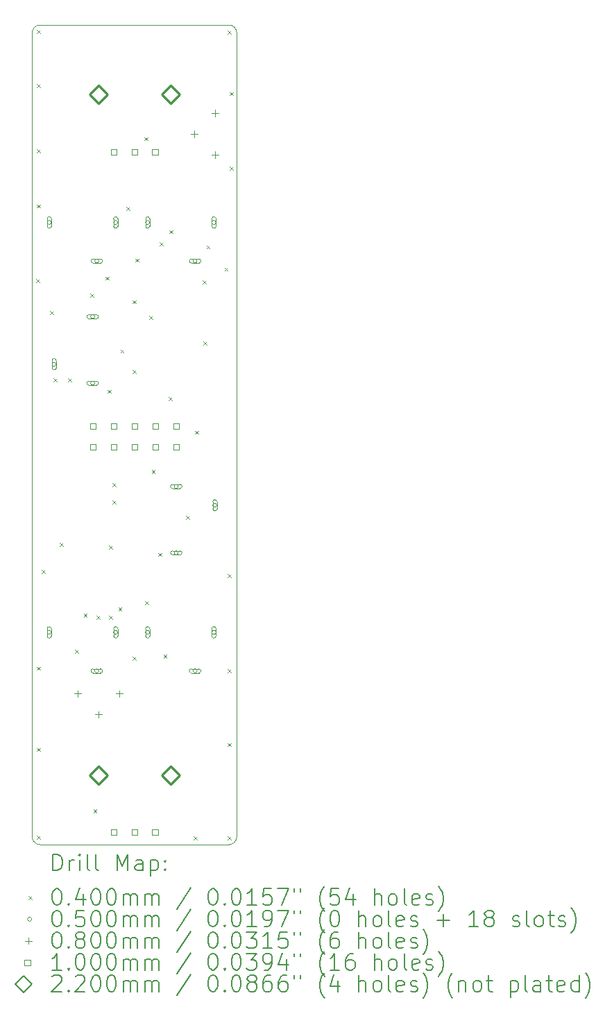
<source format=gbr>
%TF.GenerationSoftware,KiCad,Pcbnew,7.0.9*%
%TF.CreationDate,2024-11-09T18:40:42+13:00*%
%TF.ProjectId,VCA,5643412e-6b69-4636-9164-5f7063625858,rev?*%
%TF.SameCoordinates,Original*%
%TF.FileFunction,Drillmap*%
%TF.FilePolarity,Positive*%
%FSLAX45Y45*%
G04 Gerber Fmt 4.5, Leading zero omitted, Abs format (unit mm)*
G04 Created by KiCad (PCBNEW 7.0.9) date 2024-11-09 18:40:42*
%MOMM*%
%LPD*%
G01*
G04 APERTURE LIST*
%ADD10C,0.100000*%
%ADD11C,0.200000*%
%ADD12C,0.220000*%
G04 APERTURE END LIST*
D10*
X12400000Y-12500000D02*
G75*
G03*
X12500000Y-12400000I0J100000D01*
G01*
X12400000Y-12500000D02*
X10100000Y-12500000D01*
X10000000Y-12400000D02*
X10000000Y-2600000D01*
X10100000Y-2500000D02*
G75*
G03*
X10000000Y-2600000I0J-100000D01*
G01*
X12500000Y-2600000D02*
G75*
G03*
X12400000Y-2500000I-100000J0D01*
G01*
X10100000Y-2500000D02*
X12400000Y-2500000D01*
X12500000Y-2600000D02*
X12500000Y-12400000D01*
X10000000Y-12400000D02*
G75*
G03*
X10100000Y-12500000I100000J0D01*
G01*
D11*
D10*
X10050000Y-5600000D02*
X10090000Y-5640000D01*
X10090000Y-5600000D02*
X10050000Y-5640000D01*
X10060000Y-2560000D02*
X10100000Y-2600000D01*
X10100000Y-2560000D02*
X10060000Y-2600000D01*
X10060000Y-3220000D02*
X10100000Y-3260000D01*
X10100000Y-3220000D02*
X10060000Y-3260000D01*
X10060000Y-4020000D02*
X10100000Y-4060000D01*
X10100000Y-4020000D02*
X10060000Y-4060000D01*
X10060000Y-4690000D02*
X10100000Y-4730000D01*
X10100000Y-4690000D02*
X10060000Y-4730000D01*
X10060000Y-10330000D02*
X10100000Y-10370000D01*
X10100000Y-10330000D02*
X10060000Y-10370000D01*
X10060000Y-11320000D02*
X10100000Y-11360000D01*
X10100000Y-11320000D02*
X10060000Y-11360000D01*
X10060000Y-12390000D02*
X10100000Y-12430000D01*
X10100000Y-12390000D02*
X10060000Y-12430000D01*
X10120000Y-9150000D02*
X10160000Y-9190000D01*
X10160000Y-9150000D02*
X10120000Y-9190000D01*
X10220000Y-5990000D02*
X10260000Y-6030000D01*
X10260000Y-5990000D02*
X10220000Y-6030000D01*
X10260000Y-6810000D02*
X10300000Y-6850000D01*
X10300000Y-6810000D02*
X10260000Y-6850000D01*
X10340000Y-8820000D02*
X10380000Y-8860000D01*
X10380000Y-8820000D02*
X10340000Y-8860000D01*
X10440000Y-6810000D02*
X10480000Y-6850000D01*
X10480000Y-6810000D02*
X10440000Y-6850000D01*
X10521810Y-10119442D02*
X10561810Y-10159442D01*
X10561810Y-10119442D02*
X10521810Y-10159442D01*
X10630000Y-9680000D02*
X10670000Y-9720000D01*
X10670000Y-9680000D02*
X10630000Y-9720000D01*
X10710000Y-5780000D02*
X10750000Y-5820000D01*
X10750000Y-5780000D02*
X10710000Y-5820000D01*
X10750000Y-12070000D02*
X10790000Y-12110000D01*
X10790000Y-12070000D02*
X10750000Y-12110000D01*
X10790000Y-9710000D02*
X10830000Y-9750000D01*
X10830000Y-9710000D02*
X10790000Y-9750000D01*
X10900000Y-5570000D02*
X10940000Y-5610000D01*
X10940000Y-5570000D02*
X10900000Y-5610000D01*
X10920000Y-6950000D02*
X10960000Y-6990000D01*
X10960000Y-6950000D02*
X10920000Y-6990000D01*
X10940000Y-8850000D02*
X10980000Y-8890000D01*
X10980000Y-8850000D02*
X10940000Y-8890000D01*
X10940000Y-9710000D02*
X10980000Y-9750000D01*
X10980000Y-9710000D02*
X10940000Y-9750000D01*
X10980000Y-8090000D02*
X11020000Y-8130000D01*
X11020000Y-8090000D02*
X10980000Y-8130000D01*
X10980000Y-8300000D02*
X11020000Y-8340000D01*
X11020000Y-8300000D02*
X10980000Y-8340000D01*
X11055000Y-9605000D02*
X11095000Y-9645000D01*
X11095000Y-9605000D02*
X11055000Y-9645000D01*
X11080000Y-6460000D02*
X11120000Y-6500000D01*
X11120000Y-6460000D02*
X11080000Y-6500000D01*
X11150000Y-4720000D02*
X11190000Y-4760000D01*
X11190000Y-4720000D02*
X11150000Y-4760000D01*
X11230000Y-5860000D02*
X11270000Y-5900000D01*
X11270000Y-5860000D02*
X11230000Y-5900000D01*
X11230000Y-6710000D02*
X11270000Y-6750000D01*
X11270000Y-6710000D02*
X11230000Y-6750000D01*
X11230000Y-10205000D02*
X11270000Y-10245000D01*
X11270000Y-10205000D02*
X11230000Y-10245000D01*
X11260000Y-5350000D02*
X11300000Y-5390000D01*
X11300000Y-5350000D02*
X11260000Y-5390000D01*
X11370000Y-3870000D02*
X11410000Y-3910000D01*
X11410000Y-3870000D02*
X11370000Y-3910000D01*
X11380000Y-9530000D02*
X11420000Y-9570000D01*
X11420000Y-9530000D02*
X11380000Y-9570000D01*
X11430000Y-6050000D02*
X11470000Y-6090000D01*
X11470000Y-6050000D02*
X11430000Y-6090000D01*
X11460000Y-7930000D02*
X11500000Y-7970000D01*
X11500000Y-7930000D02*
X11460000Y-7970000D01*
X11540000Y-8940000D02*
X11580000Y-8980000D01*
X11580000Y-8940000D02*
X11540000Y-8980000D01*
X11555000Y-5155000D02*
X11595000Y-5195000D01*
X11595000Y-5155000D02*
X11555000Y-5195000D01*
X11605000Y-10180000D02*
X11645000Y-10220000D01*
X11645000Y-10180000D02*
X11605000Y-10220000D01*
X11670000Y-7040000D02*
X11710000Y-7080000D01*
X11710000Y-7040000D02*
X11670000Y-7080000D01*
X11676659Y-5003172D02*
X11716659Y-5043172D01*
X11716659Y-5003172D02*
X11676659Y-5043172D01*
X11880000Y-8490000D02*
X11920000Y-8530000D01*
X11920000Y-8490000D02*
X11880000Y-8530000D01*
X11970000Y-12400000D02*
X12010000Y-12440000D01*
X12010000Y-12400000D02*
X11970000Y-12440000D01*
X11990000Y-7450000D02*
X12030000Y-7490000D01*
X12030000Y-7450000D02*
X11990000Y-7490000D01*
X12080000Y-5620000D02*
X12120000Y-5660000D01*
X12120000Y-5620000D02*
X12080000Y-5660000D01*
X12090000Y-6360000D02*
X12130000Y-6400000D01*
X12130000Y-6360000D02*
X12090000Y-6400000D01*
X12130000Y-5190000D02*
X12170000Y-5230000D01*
X12170000Y-5190000D02*
X12130000Y-5230000D01*
X12350000Y-5460000D02*
X12390000Y-5500000D01*
X12390000Y-5460000D02*
X12350000Y-5500000D01*
X12390000Y-2570000D02*
X12430000Y-2610000D01*
X12430000Y-2570000D02*
X12390000Y-2610000D01*
X12390000Y-9200000D02*
X12430000Y-9240000D01*
X12430000Y-9200000D02*
X12390000Y-9240000D01*
X12390000Y-10360000D02*
X12430000Y-10400000D01*
X12430000Y-10360000D02*
X12390000Y-10400000D01*
X12390000Y-11260000D02*
X12430000Y-11300000D01*
X12430000Y-11260000D02*
X12390000Y-11300000D01*
X12390000Y-12400000D02*
X12430000Y-12440000D01*
X12430000Y-12400000D02*
X12390000Y-12440000D01*
X12410000Y-3320000D02*
X12450000Y-3360000D01*
X12450000Y-3320000D02*
X12410000Y-3360000D01*
X12410000Y-4230000D02*
X12450000Y-4270000D01*
X12450000Y-4230000D02*
X12410000Y-4270000D01*
X10235000Y-4910000D02*
G75*
G03*
X10235000Y-4910000I-25000J0D01*
G01*
X10235000Y-4955000D02*
X10235000Y-4865000D01*
X10235000Y-4865000D02*
G75*
G03*
X10185000Y-4865000I-25000J0D01*
G01*
X10185000Y-4865000D02*
X10185000Y-4955000D01*
X10185000Y-4955000D02*
G75*
G03*
X10235000Y-4955000I25000J0D01*
G01*
X10235000Y-9910000D02*
G75*
G03*
X10235000Y-9910000I-25000J0D01*
G01*
X10235000Y-9955000D02*
X10235000Y-9865000D01*
X10235000Y-9865000D02*
G75*
G03*
X10185000Y-9865000I-25000J0D01*
G01*
X10185000Y-9865000D02*
X10185000Y-9955000D01*
X10185000Y-9955000D02*
G75*
G03*
X10235000Y-9955000I25000J0D01*
G01*
X10295000Y-6640000D02*
G75*
G03*
X10295000Y-6640000I-25000J0D01*
G01*
X10245000Y-6595000D02*
X10245000Y-6685000D01*
X10245000Y-6685000D02*
G75*
G03*
X10295000Y-6685000I25000J0D01*
G01*
X10295000Y-6685000D02*
X10295000Y-6595000D01*
X10295000Y-6595000D02*
G75*
G03*
X10245000Y-6595000I-25000J0D01*
G01*
X10765000Y-6060000D02*
G75*
G03*
X10765000Y-6060000I-25000J0D01*
G01*
X10695000Y-6085000D02*
X10785000Y-6085000D01*
X10785000Y-6085000D02*
G75*
G03*
X10785000Y-6035000I0J25000D01*
G01*
X10785000Y-6035000D02*
X10695000Y-6035000D01*
X10695000Y-6035000D02*
G75*
G03*
X10695000Y-6085000I0J-25000D01*
G01*
X10765000Y-6870000D02*
G75*
G03*
X10765000Y-6870000I-25000J0D01*
G01*
X10785000Y-6845000D02*
X10695000Y-6845000D01*
X10695000Y-6845000D02*
G75*
G03*
X10695000Y-6895000I0J-25000D01*
G01*
X10695000Y-6895000D02*
X10785000Y-6895000D01*
X10785000Y-6895000D02*
G75*
G03*
X10785000Y-6845000I0J25000D01*
G01*
X10815000Y-5380000D02*
G75*
G03*
X10815000Y-5380000I-25000J0D01*
G01*
X10745000Y-5405000D02*
X10835000Y-5405000D01*
X10835000Y-5405000D02*
G75*
G03*
X10835000Y-5355000I0J25000D01*
G01*
X10835000Y-5355000D02*
X10745000Y-5355000D01*
X10745000Y-5355000D02*
G75*
G03*
X10745000Y-5405000I0J-25000D01*
G01*
X10815000Y-10380000D02*
G75*
G03*
X10815000Y-10380000I-25000J0D01*
G01*
X10745000Y-10405000D02*
X10835000Y-10405000D01*
X10835000Y-10405000D02*
G75*
G03*
X10835000Y-10355000I0J25000D01*
G01*
X10835000Y-10355000D02*
X10745000Y-10355000D01*
X10745000Y-10355000D02*
G75*
G03*
X10745000Y-10405000I0J-25000D01*
G01*
X11045000Y-4910000D02*
G75*
G03*
X11045000Y-4910000I-25000J0D01*
G01*
X10995000Y-4865000D02*
X10995000Y-4955000D01*
X10995000Y-4955000D02*
G75*
G03*
X11045000Y-4955000I25000J0D01*
G01*
X11045000Y-4955000D02*
X11045000Y-4865000D01*
X11045000Y-4865000D02*
G75*
G03*
X10995000Y-4865000I-25000J0D01*
G01*
X11045000Y-9910000D02*
G75*
G03*
X11045000Y-9910000I-25000J0D01*
G01*
X10995000Y-9865000D02*
X10995000Y-9955000D01*
X10995000Y-9955000D02*
G75*
G03*
X11045000Y-9955000I25000J0D01*
G01*
X11045000Y-9955000D02*
X11045000Y-9865000D01*
X11045000Y-9865000D02*
G75*
G03*
X10995000Y-9865000I-25000J0D01*
G01*
X11435000Y-4910000D02*
G75*
G03*
X11435000Y-4910000I-25000J0D01*
G01*
X11435000Y-4955000D02*
X11435000Y-4865000D01*
X11435000Y-4865000D02*
G75*
G03*
X11385000Y-4865000I-25000J0D01*
G01*
X11385000Y-4865000D02*
X11385000Y-4955000D01*
X11385000Y-4955000D02*
G75*
G03*
X11435000Y-4955000I25000J0D01*
G01*
X11435000Y-9910000D02*
G75*
G03*
X11435000Y-9910000I-25000J0D01*
G01*
X11435000Y-9955000D02*
X11435000Y-9865000D01*
X11435000Y-9865000D02*
G75*
G03*
X11385000Y-9865000I-25000J0D01*
G01*
X11385000Y-9865000D02*
X11385000Y-9955000D01*
X11385000Y-9955000D02*
G75*
G03*
X11435000Y-9955000I25000J0D01*
G01*
X11785000Y-8130000D02*
G75*
G03*
X11785000Y-8130000I-25000J0D01*
G01*
X11715000Y-8155000D02*
X11805000Y-8155000D01*
X11805000Y-8155000D02*
G75*
G03*
X11805000Y-8105000I0J25000D01*
G01*
X11805000Y-8105000D02*
X11715000Y-8105000D01*
X11715000Y-8105000D02*
G75*
G03*
X11715000Y-8155000I0J-25000D01*
G01*
X11785000Y-8940000D02*
G75*
G03*
X11785000Y-8940000I-25000J0D01*
G01*
X11805000Y-8915000D02*
X11715000Y-8915000D01*
X11715000Y-8915000D02*
G75*
G03*
X11715000Y-8965000I0J-25000D01*
G01*
X11715000Y-8965000D02*
X11805000Y-8965000D01*
X11805000Y-8965000D02*
G75*
G03*
X11805000Y-8915000I0J25000D01*
G01*
X12015000Y-5380000D02*
G75*
G03*
X12015000Y-5380000I-25000J0D01*
G01*
X11945000Y-5405000D02*
X12035000Y-5405000D01*
X12035000Y-5405000D02*
G75*
G03*
X12035000Y-5355000I0J25000D01*
G01*
X12035000Y-5355000D02*
X11945000Y-5355000D01*
X11945000Y-5355000D02*
G75*
G03*
X11945000Y-5405000I0J-25000D01*
G01*
X12015000Y-10380000D02*
G75*
G03*
X12015000Y-10380000I-25000J0D01*
G01*
X11945000Y-10405000D02*
X12035000Y-10405000D01*
X12035000Y-10405000D02*
G75*
G03*
X12035000Y-10355000I0J25000D01*
G01*
X12035000Y-10355000D02*
X11945000Y-10355000D01*
X11945000Y-10355000D02*
G75*
G03*
X11945000Y-10405000I0J-25000D01*
G01*
X12245000Y-4910000D02*
G75*
G03*
X12245000Y-4910000I-25000J0D01*
G01*
X12195000Y-4865000D02*
X12195000Y-4955000D01*
X12195000Y-4955000D02*
G75*
G03*
X12245000Y-4955000I25000J0D01*
G01*
X12245000Y-4955000D02*
X12245000Y-4865000D01*
X12245000Y-4865000D02*
G75*
G03*
X12195000Y-4865000I-25000J0D01*
G01*
X12245000Y-9910000D02*
G75*
G03*
X12245000Y-9910000I-25000J0D01*
G01*
X12195000Y-9865000D02*
X12195000Y-9955000D01*
X12195000Y-9955000D02*
G75*
G03*
X12245000Y-9955000I25000J0D01*
G01*
X12245000Y-9955000D02*
X12245000Y-9865000D01*
X12245000Y-9865000D02*
G75*
G03*
X12195000Y-9865000I-25000J0D01*
G01*
X12255000Y-8360000D02*
G75*
G03*
X12255000Y-8360000I-25000J0D01*
G01*
X12255000Y-8405000D02*
X12255000Y-8315000D01*
X12255000Y-8315000D02*
G75*
G03*
X12205000Y-8315000I-25000J0D01*
G01*
X12205000Y-8315000D02*
X12205000Y-8405000D01*
X12205000Y-8405000D02*
G75*
G03*
X12255000Y-8405000I25000J0D01*
G01*
X10557500Y-10617500D02*
X10557500Y-10697500D01*
X10517500Y-10657500D02*
X10597500Y-10657500D01*
X10811500Y-10871500D02*
X10811500Y-10951500D01*
X10771500Y-10911500D02*
X10851500Y-10911500D01*
X11065500Y-10617500D02*
X11065500Y-10697500D01*
X11025500Y-10657500D02*
X11105500Y-10657500D01*
X11978500Y-3791500D02*
X11978500Y-3871500D01*
X11938500Y-3831500D02*
X12018500Y-3831500D01*
X12232500Y-3537500D02*
X12232500Y-3617500D01*
X12192500Y-3577500D02*
X12272500Y-3577500D01*
X12232500Y-4045500D02*
X12232500Y-4125500D01*
X12192500Y-4085500D02*
X12272500Y-4085500D01*
X10777356Y-7431356D02*
X10777356Y-7360644D01*
X10706644Y-7360644D01*
X10706644Y-7431356D01*
X10777356Y-7431356D01*
X10777356Y-7685356D02*
X10777356Y-7614644D01*
X10706644Y-7614644D01*
X10706644Y-7685356D01*
X10777356Y-7685356D01*
X11031356Y-7431356D02*
X11031356Y-7360644D01*
X10960644Y-7360644D01*
X10960644Y-7431356D01*
X11031356Y-7431356D01*
X11031356Y-7685356D02*
X11031356Y-7614644D01*
X10960644Y-7614644D01*
X10960644Y-7685356D01*
X11031356Y-7685356D01*
X11035356Y-4085356D02*
X11035356Y-4014644D01*
X10964644Y-4014644D01*
X10964644Y-4085356D01*
X11035356Y-4085356D01*
X11035356Y-12385356D02*
X11035356Y-12314644D01*
X10964644Y-12314644D01*
X10964644Y-12385356D01*
X11035356Y-12385356D01*
X11285356Y-4085356D02*
X11285356Y-4014644D01*
X11214644Y-4014644D01*
X11214644Y-4085356D01*
X11285356Y-4085356D01*
X11285356Y-7431356D02*
X11285356Y-7360644D01*
X11214644Y-7360644D01*
X11214644Y-7431356D01*
X11285356Y-7431356D01*
X11285356Y-7685356D02*
X11285356Y-7614644D01*
X11214644Y-7614644D01*
X11214644Y-7685356D01*
X11285356Y-7685356D01*
X11285356Y-12385356D02*
X11285356Y-12314644D01*
X11214644Y-12314644D01*
X11214644Y-12385356D01*
X11285356Y-12385356D01*
X11535356Y-4085356D02*
X11535356Y-4014644D01*
X11464644Y-4014644D01*
X11464644Y-4085356D01*
X11535356Y-4085356D01*
X11535356Y-12385356D02*
X11535356Y-12314644D01*
X11464644Y-12314644D01*
X11464644Y-12385356D01*
X11535356Y-12385356D01*
X11539356Y-7431356D02*
X11539356Y-7360644D01*
X11468644Y-7360644D01*
X11468644Y-7431356D01*
X11539356Y-7431356D01*
X11539356Y-7685356D02*
X11539356Y-7614644D01*
X11468644Y-7614644D01*
X11468644Y-7685356D01*
X11539356Y-7685356D01*
X11793356Y-7431356D02*
X11793356Y-7360644D01*
X11722644Y-7360644D01*
X11722644Y-7431356D01*
X11793356Y-7431356D01*
X11793356Y-7685356D02*
X11793356Y-7614644D01*
X11722644Y-7614644D01*
X11722644Y-7685356D01*
X11793356Y-7685356D01*
D12*
X10810000Y-3460000D02*
X10920000Y-3350000D01*
X10810000Y-3240000D01*
X10700000Y-3350000D01*
X10810000Y-3460000D01*
X10810000Y-11760000D02*
X10920000Y-11650000D01*
X10810000Y-11540000D01*
X10700000Y-11650000D01*
X10810000Y-11760000D01*
X11690000Y-3460000D02*
X11800000Y-3350000D01*
X11690000Y-3240000D01*
X11580000Y-3350000D01*
X11690000Y-3460000D01*
X11690000Y-11760000D02*
X11800000Y-11650000D01*
X11690000Y-11540000D01*
X11580000Y-11650000D01*
X11690000Y-11760000D01*
D11*
X10255777Y-12816484D02*
X10255777Y-12616484D01*
X10255777Y-12616484D02*
X10303396Y-12616484D01*
X10303396Y-12616484D02*
X10331967Y-12626008D01*
X10331967Y-12626008D02*
X10351015Y-12645055D01*
X10351015Y-12645055D02*
X10360539Y-12664103D01*
X10360539Y-12664103D02*
X10370063Y-12702198D01*
X10370063Y-12702198D02*
X10370063Y-12730769D01*
X10370063Y-12730769D02*
X10360539Y-12768865D01*
X10360539Y-12768865D02*
X10351015Y-12787912D01*
X10351015Y-12787912D02*
X10331967Y-12806960D01*
X10331967Y-12806960D02*
X10303396Y-12816484D01*
X10303396Y-12816484D02*
X10255777Y-12816484D01*
X10455777Y-12816484D02*
X10455777Y-12683150D01*
X10455777Y-12721246D02*
X10465301Y-12702198D01*
X10465301Y-12702198D02*
X10474824Y-12692674D01*
X10474824Y-12692674D02*
X10493872Y-12683150D01*
X10493872Y-12683150D02*
X10512920Y-12683150D01*
X10579586Y-12816484D02*
X10579586Y-12683150D01*
X10579586Y-12616484D02*
X10570063Y-12626008D01*
X10570063Y-12626008D02*
X10579586Y-12635531D01*
X10579586Y-12635531D02*
X10589110Y-12626008D01*
X10589110Y-12626008D02*
X10579586Y-12616484D01*
X10579586Y-12616484D02*
X10579586Y-12635531D01*
X10703396Y-12816484D02*
X10684348Y-12806960D01*
X10684348Y-12806960D02*
X10674824Y-12787912D01*
X10674824Y-12787912D02*
X10674824Y-12616484D01*
X10808158Y-12816484D02*
X10789110Y-12806960D01*
X10789110Y-12806960D02*
X10779586Y-12787912D01*
X10779586Y-12787912D02*
X10779586Y-12616484D01*
X11036729Y-12816484D02*
X11036729Y-12616484D01*
X11036729Y-12616484D02*
X11103396Y-12759341D01*
X11103396Y-12759341D02*
X11170063Y-12616484D01*
X11170063Y-12616484D02*
X11170063Y-12816484D01*
X11351015Y-12816484D02*
X11351015Y-12711722D01*
X11351015Y-12711722D02*
X11341491Y-12692674D01*
X11341491Y-12692674D02*
X11322443Y-12683150D01*
X11322443Y-12683150D02*
X11284348Y-12683150D01*
X11284348Y-12683150D02*
X11265301Y-12692674D01*
X11351015Y-12806960D02*
X11331967Y-12816484D01*
X11331967Y-12816484D02*
X11284348Y-12816484D01*
X11284348Y-12816484D02*
X11265301Y-12806960D01*
X11265301Y-12806960D02*
X11255777Y-12787912D01*
X11255777Y-12787912D02*
X11255777Y-12768865D01*
X11255777Y-12768865D02*
X11265301Y-12749817D01*
X11265301Y-12749817D02*
X11284348Y-12740293D01*
X11284348Y-12740293D02*
X11331967Y-12740293D01*
X11331967Y-12740293D02*
X11351015Y-12730769D01*
X11446253Y-12683150D02*
X11446253Y-12883150D01*
X11446253Y-12692674D02*
X11465301Y-12683150D01*
X11465301Y-12683150D02*
X11503396Y-12683150D01*
X11503396Y-12683150D02*
X11522443Y-12692674D01*
X11522443Y-12692674D02*
X11531967Y-12702198D01*
X11531967Y-12702198D02*
X11541491Y-12721246D01*
X11541491Y-12721246D02*
X11541491Y-12778388D01*
X11541491Y-12778388D02*
X11531967Y-12797436D01*
X11531967Y-12797436D02*
X11522443Y-12806960D01*
X11522443Y-12806960D02*
X11503396Y-12816484D01*
X11503396Y-12816484D02*
X11465301Y-12816484D01*
X11465301Y-12816484D02*
X11446253Y-12806960D01*
X11627205Y-12797436D02*
X11636729Y-12806960D01*
X11636729Y-12806960D02*
X11627205Y-12816484D01*
X11627205Y-12816484D02*
X11617682Y-12806960D01*
X11617682Y-12806960D02*
X11627205Y-12797436D01*
X11627205Y-12797436D02*
X11627205Y-12816484D01*
X11627205Y-12692674D02*
X11636729Y-12702198D01*
X11636729Y-12702198D02*
X11627205Y-12711722D01*
X11627205Y-12711722D02*
X11617682Y-12702198D01*
X11617682Y-12702198D02*
X11627205Y-12692674D01*
X11627205Y-12692674D02*
X11627205Y-12711722D01*
D10*
X9955000Y-13125000D02*
X9995000Y-13165000D01*
X9995000Y-13125000D02*
X9955000Y-13165000D01*
D11*
X10293872Y-13036484D02*
X10312920Y-13036484D01*
X10312920Y-13036484D02*
X10331967Y-13046008D01*
X10331967Y-13046008D02*
X10341491Y-13055531D01*
X10341491Y-13055531D02*
X10351015Y-13074579D01*
X10351015Y-13074579D02*
X10360539Y-13112674D01*
X10360539Y-13112674D02*
X10360539Y-13160293D01*
X10360539Y-13160293D02*
X10351015Y-13198388D01*
X10351015Y-13198388D02*
X10341491Y-13217436D01*
X10341491Y-13217436D02*
X10331967Y-13226960D01*
X10331967Y-13226960D02*
X10312920Y-13236484D01*
X10312920Y-13236484D02*
X10293872Y-13236484D01*
X10293872Y-13236484D02*
X10274824Y-13226960D01*
X10274824Y-13226960D02*
X10265301Y-13217436D01*
X10265301Y-13217436D02*
X10255777Y-13198388D01*
X10255777Y-13198388D02*
X10246253Y-13160293D01*
X10246253Y-13160293D02*
X10246253Y-13112674D01*
X10246253Y-13112674D02*
X10255777Y-13074579D01*
X10255777Y-13074579D02*
X10265301Y-13055531D01*
X10265301Y-13055531D02*
X10274824Y-13046008D01*
X10274824Y-13046008D02*
X10293872Y-13036484D01*
X10446253Y-13217436D02*
X10455777Y-13226960D01*
X10455777Y-13226960D02*
X10446253Y-13236484D01*
X10446253Y-13236484D02*
X10436729Y-13226960D01*
X10436729Y-13226960D02*
X10446253Y-13217436D01*
X10446253Y-13217436D02*
X10446253Y-13236484D01*
X10627205Y-13103150D02*
X10627205Y-13236484D01*
X10579586Y-13026960D02*
X10531967Y-13169817D01*
X10531967Y-13169817D02*
X10655777Y-13169817D01*
X10770063Y-13036484D02*
X10789110Y-13036484D01*
X10789110Y-13036484D02*
X10808158Y-13046008D01*
X10808158Y-13046008D02*
X10817682Y-13055531D01*
X10817682Y-13055531D02*
X10827205Y-13074579D01*
X10827205Y-13074579D02*
X10836729Y-13112674D01*
X10836729Y-13112674D02*
X10836729Y-13160293D01*
X10836729Y-13160293D02*
X10827205Y-13198388D01*
X10827205Y-13198388D02*
X10817682Y-13217436D01*
X10817682Y-13217436D02*
X10808158Y-13226960D01*
X10808158Y-13226960D02*
X10789110Y-13236484D01*
X10789110Y-13236484D02*
X10770063Y-13236484D01*
X10770063Y-13236484D02*
X10751015Y-13226960D01*
X10751015Y-13226960D02*
X10741491Y-13217436D01*
X10741491Y-13217436D02*
X10731967Y-13198388D01*
X10731967Y-13198388D02*
X10722444Y-13160293D01*
X10722444Y-13160293D02*
X10722444Y-13112674D01*
X10722444Y-13112674D02*
X10731967Y-13074579D01*
X10731967Y-13074579D02*
X10741491Y-13055531D01*
X10741491Y-13055531D02*
X10751015Y-13046008D01*
X10751015Y-13046008D02*
X10770063Y-13036484D01*
X10960539Y-13036484D02*
X10979586Y-13036484D01*
X10979586Y-13036484D02*
X10998634Y-13046008D01*
X10998634Y-13046008D02*
X11008158Y-13055531D01*
X11008158Y-13055531D02*
X11017682Y-13074579D01*
X11017682Y-13074579D02*
X11027205Y-13112674D01*
X11027205Y-13112674D02*
X11027205Y-13160293D01*
X11027205Y-13160293D02*
X11017682Y-13198388D01*
X11017682Y-13198388D02*
X11008158Y-13217436D01*
X11008158Y-13217436D02*
X10998634Y-13226960D01*
X10998634Y-13226960D02*
X10979586Y-13236484D01*
X10979586Y-13236484D02*
X10960539Y-13236484D01*
X10960539Y-13236484D02*
X10941491Y-13226960D01*
X10941491Y-13226960D02*
X10931967Y-13217436D01*
X10931967Y-13217436D02*
X10922444Y-13198388D01*
X10922444Y-13198388D02*
X10912920Y-13160293D01*
X10912920Y-13160293D02*
X10912920Y-13112674D01*
X10912920Y-13112674D02*
X10922444Y-13074579D01*
X10922444Y-13074579D02*
X10931967Y-13055531D01*
X10931967Y-13055531D02*
X10941491Y-13046008D01*
X10941491Y-13046008D02*
X10960539Y-13036484D01*
X11112920Y-13236484D02*
X11112920Y-13103150D01*
X11112920Y-13122198D02*
X11122444Y-13112674D01*
X11122444Y-13112674D02*
X11141491Y-13103150D01*
X11141491Y-13103150D02*
X11170063Y-13103150D01*
X11170063Y-13103150D02*
X11189110Y-13112674D01*
X11189110Y-13112674D02*
X11198634Y-13131722D01*
X11198634Y-13131722D02*
X11198634Y-13236484D01*
X11198634Y-13131722D02*
X11208158Y-13112674D01*
X11208158Y-13112674D02*
X11227205Y-13103150D01*
X11227205Y-13103150D02*
X11255777Y-13103150D01*
X11255777Y-13103150D02*
X11274824Y-13112674D01*
X11274824Y-13112674D02*
X11284348Y-13131722D01*
X11284348Y-13131722D02*
X11284348Y-13236484D01*
X11379586Y-13236484D02*
X11379586Y-13103150D01*
X11379586Y-13122198D02*
X11389110Y-13112674D01*
X11389110Y-13112674D02*
X11408158Y-13103150D01*
X11408158Y-13103150D02*
X11436729Y-13103150D01*
X11436729Y-13103150D02*
X11455777Y-13112674D01*
X11455777Y-13112674D02*
X11465301Y-13131722D01*
X11465301Y-13131722D02*
X11465301Y-13236484D01*
X11465301Y-13131722D02*
X11474824Y-13112674D01*
X11474824Y-13112674D02*
X11493872Y-13103150D01*
X11493872Y-13103150D02*
X11522443Y-13103150D01*
X11522443Y-13103150D02*
X11541491Y-13112674D01*
X11541491Y-13112674D02*
X11551015Y-13131722D01*
X11551015Y-13131722D02*
X11551015Y-13236484D01*
X11941491Y-13026960D02*
X11770063Y-13284103D01*
X12198634Y-13036484D02*
X12217682Y-13036484D01*
X12217682Y-13036484D02*
X12236729Y-13046008D01*
X12236729Y-13046008D02*
X12246253Y-13055531D01*
X12246253Y-13055531D02*
X12255777Y-13074579D01*
X12255777Y-13074579D02*
X12265301Y-13112674D01*
X12265301Y-13112674D02*
X12265301Y-13160293D01*
X12265301Y-13160293D02*
X12255777Y-13198388D01*
X12255777Y-13198388D02*
X12246253Y-13217436D01*
X12246253Y-13217436D02*
X12236729Y-13226960D01*
X12236729Y-13226960D02*
X12217682Y-13236484D01*
X12217682Y-13236484D02*
X12198634Y-13236484D01*
X12198634Y-13236484D02*
X12179586Y-13226960D01*
X12179586Y-13226960D02*
X12170063Y-13217436D01*
X12170063Y-13217436D02*
X12160539Y-13198388D01*
X12160539Y-13198388D02*
X12151015Y-13160293D01*
X12151015Y-13160293D02*
X12151015Y-13112674D01*
X12151015Y-13112674D02*
X12160539Y-13074579D01*
X12160539Y-13074579D02*
X12170063Y-13055531D01*
X12170063Y-13055531D02*
X12179586Y-13046008D01*
X12179586Y-13046008D02*
X12198634Y-13036484D01*
X12351015Y-13217436D02*
X12360539Y-13226960D01*
X12360539Y-13226960D02*
X12351015Y-13236484D01*
X12351015Y-13236484D02*
X12341491Y-13226960D01*
X12341491Y-13226960D02*
X12351015Y-13217436D01*
X12351015Y-13217436D02*
X12351015Y-13236484D01*
X12484348Y-13036484D02*
X12503396Y-13036484D01*
X12503396Y-13036484D02*
X12522444Y-13046008D01*
X12522444Y-13046008D02*
X12531967Y-13055531D01*
X12531967Y-13055531D02*
X12541491Y-13074579D01*
X12541491Y-13074579D02*
X12551015Y-13112674D01*
X12551015Y-13112674D02*
X12551015Y-13160293D01*
X12551015Y-13160293D02*
X12541491Y-13198388D01*
X12541491Y-13198388D02*
X12531967Y-13217436D01*
X12531967Y-13217436D02*
X12522444Y-13226960D01*
X12522444Y-13226960D02*
X12503396Y-13236484D01*
X12503396Y-13236484D02*
X12484348Y-13236484D01*
X12484348Y-13236484D02*
X12465301Y-13226960D01*
X12465301Y-13226960D02*
X12455777Y-13217436D01*
X12455777Y-13217436D02*
X12446253Y-13198388D01*
X12446253Y-13198388D02*
X12436729Y-13160293D01*
X12436729Y-13160293D02*
X12436729Y-13112674D01*
X12436729Y-13112674D02*
X12446253Y-13074579D01*
X12446253Y-13074579D02*
X12455777Y-13055531D01*
X12455777Y-13055531D02*
X12465301Y-13046008D01*
X12465301Y-13046008D02*
X12484348Y-13036484D01*
X12741491Y-13236484D02*
X12627206Y-13236484D01*
X12684348Y-13236484D02*
X12684348Y-13036484D01*
X12684348Y-13036484D02*
X12665301Y-13065055D01*
X12665301Y-13065055D02*
X12646253Y-13084103D01*
X12646253Y-13084103D02*
X12627206Y-13093627D01*
X12922444Y-13036484D02*
X12827206Y-13036484D01*
X12827206Y-13036484D02*
X12817682Y-13131722D01*
X12817682Y-13131722D02*
X12827206Y-13122198D01*
X12827206Y-13122198D02*
X12846253Y-13112674D01*
X12846253Y-13112674D02*
X12893872Y-13112674D01*
X12893872Y-13112674D02*
X12912920Y-13122198D01*
X12912920Y-13122198D02*
X12922444Y-13131722D01*
X12922444Y-13131722D02*
X12931967Y-13150769D01*
X12931967Y-13150769D02*
X12931967Y-13198388D01*
X12931967Y-13198388D02*
X12922444Y-13217436D01*
X12922444Y-13217436D02*
X12912920Y-13226960D01*
X12912920Y-13226960D02*
X12893872Y-13236484D01*
X12893872Y-13236484D02*
X12846253Y-13236484D01*
X12846253Y-13236484D02*
X12827206Y-13226960D01*
X12827206Y-13226960D02*
X12817682Y-13217436D01*
X12998634Y-13036484D02*
X13131967Y-13036484D01*
X13131967Y-13036484D02*
X13046253Y-13236484D01*
X13198634Y-13036484D02*
X13198634Y-13074579D01*
X13274825Y-13036484D02*
X13274825Y-13074579D01*
X13570063Y-13312674D02*
X13560539Y-13303150D01*
X13560539Y-13303150D02*
X13541491Y-13274579D01*
X13541491Y-13274579D02*
X13531968Y-13255531D01*
X13531968Y-13255531D02*
X13522444Y-13226960D01*
X13522444Y-13226960D02*
X13512920Y-13179341D01*
X13512920Y-13179341D02*
X13512920Y-13141246D01*
X13512920Y-13141246D02*
X13522444Y-13093627D01*
X13522444Y-13093627D02*
X13531968Y-13065055D01*
X13531968Y-13065055D02*
X13541491Y-13046008D01*
X13541491Y-13046008D02*
X13560539Y-13017436D01*
X13560539Y-13017436D02*
X13570063Y-13007912D01*
X13741491Y-13036484D02*
X13646253Y-13036484D01*
X13646253Y-13036484D02*
X13636729Y-13131722D01*
X13636729Y-13131722D02*
X13646253Y-13122198D01*
X13646253Y-13122198D02*
X13665301Y-13112674D01*
X13665301Y-13112674D02*
X13712920Y-13112674D01*
X13712920Y-13112674D02*
X13731968Y-13122198D01*
X13731968Y-13122198D02*
X13741491Y-13131722D01*
X13741491Y-13131722D02*
X13751015Y-13150769D01*
X13751015Y-13150769D02*
X13751015Y-13198388D01*
X13751015Y-13198388D02*
X13741491Y-13217436D01*
X13741491Y-13217436D02*
X13731968Y-13226960D01*
X13731968Y-13226960D02*
X13712920Y-13236484D01*
X13712920Y-13236484D02*
X13665301Y-13236484D01*
X13665301Y-13236484D02*
X13646253Y-13226960D01*
X13646253Y-13226960D02*
X13636729Y-13217436D01*
X13922444Y-13103150D02*
X13922444Y-13236484D01*
X13874825Y-13026960D02*
X13827206Y-13169817D01*
X13827206Y-13169817D02*
X13951015Y-13169817D01*
X14179587Y-13236484D02*
X14179587Y-13036484D01*
X14265301Y-13236484D02*
X14265301Y-13131722D01*
X14265301Y-13131722D02*
X14255777Y-13112674D01*
X14255777Y-13112674D02*
X14236730Y-13103150D01*
X14236730Y-13103150D02*
X14208158Y-13103150D01*
X14208158Y-13103150D02*
X14189110Y-13112674D01*
X14189110Y-13112674D02*
X14179587Y-13122198D01*
X14389110Y-13236484D02*
X14370063Y-13226960D01*
X14370063Y-13226960D02*
X14360539Y-13217436D01*
X14360539Y-13217436D02*
X14351015Y-13198388D01*
X14351015Y-13198388D02*
X14351015Y-13141246D01*
X14351015Y-13141246D02*
X14360539Y-13122198D01*
X14360539Y-13122198D02*
X14370063Y-13112674D01*
X14370063Y-13112674D02*
X14389110Y-13103150D01*
X14389110Y-13103150D02*
X14417682Y-13103150D01*
X14417682Y-13103150D02*
X14436730Y-13112674D01*
X14436730Y-13112674D02*
X14446253Y-13122198D01*
X14446253Y-13122198D02*
X14455777Y-13141246D01*
X14455777Y-13141246D02*
X14455777Y-13198388D01*
X14455777Y-13198388D02*
X14446253Y-13217436D01*
X14446253Y-13217436D02*
X14436730Y-13226960D01*
X14436730Y-13226960D02*
X14417682Y-13236484D01*
X14417682Y-13236484D02*
X14389110Y-13236484D01*
X14570063Y-13236484D02*
X14551015Y-13226960D01*
X14551015Y-13226960D02*
X14541491Y-13207912D01*
X14541491Y-13207912D02*
X14541491Y-13036484D01*
X14722444Y-13226960D02*
X14703396Y-13236484D01*
X14703396Y-13236484D02*
X14665301Y-13236484D01*
X14665301Y-13236484D02*
X14646253Y-13226960D01*
X14646253Y-13226960D02*
X14636730Y-13207912D01*
X14636730Y-13207912D02*
X14636730Y-13131722D01*
X14636730Y-13131722D02*
X14646253Y-13112674D01*
X14646253Y-13112674D02*
X14665301Y-13103150D01*
X14665301Y-13103150D02*
X14703396Y-13103150D01*
X14703396Y-13103150D02*
X14722444Y-13112674D01*
X14722444Y-13112674D02*
X14731968Y-13131722D01*
X14731968Y-13131722D02*
X14731968Y-13150769D01*
X14731968Y-13150769D02*
X14636730Y-13169817D01*
X14808158Y-13226960D02*
X14827206Y-13236484D01*
X14827206Y-13236484D02*
X14865301Y-13236484D01*
X14865301Y-13236484D02*
X14884349Y-13226960D01*
X14884349Y-13226960D02*
X14893872Y-13207912D01*
X14893872Y-13207912D02*
X14893872Y-13198388D01*
X14893872Y-13198388D02*
X14884349Y-13179341D01*
X14884349Y-13179341D02*
X14865301Y-13169817D01*
X14865301Y-13169817D02*
X14836730Y-13169817D01*
X14836730Y-13169817D02*
X14817682Y-13160293D01*
X14817682Y-13160293D02*
X14808158Y-13141246D01*
X14808158Y-13141246D02*
X14808158Y-13131722D01*
X14808158Y-13131722D02*
X14817682Y-13112674D01*
X14817682Y-13112674D02*
X14836730Y-13103150D01*
X14836730Y-13103150D02*
X14865301Y-13103150D01*
X14865301Y-13103150D02*
X14884349Y-13112674D01*
X14960539Y-13312674D02*
X14970063Y-13303150D01*
X14970063Y-13303150D02*
X14989111Y-13274579D01*
X14989111Y-13274579D02*
X14998634Y-13255531D01*
X14998634Y-13255531D02*
X15008158Y-13226960D01*
X15008158Y-13226960D02*
X15017682Y-13179341D01*
X15017682Y-13179341D02*
X15017682Y-13141246D01*
X15017682Y-13141246D02*
X15008158Y-13093627D01*
X15008158Y-13093627D02*
X14998634Y-13065055D01*
X14998634Y-13065055D02*
X14989111Y-13046008D01*
X14989111Y-13046008D02*
X14970063Y-13017436D01*
X14970063Y-13017436D02*
X14960539Y-13007912D01*
D10*
X9995000Y-13409000D02*
G75*
G03*
X9995000Y-13409000I-25000J0D01*
G01*
D11*
X10293872Y-13300484D02*
X10312920Y-13300484D01*
X10312920Y-13300484D02*
X10331967Y-13310008D01*
X10331967Y-13310008D02*
X10341491Y-13319531D01*
X10341491Y-13319531D02*
X10351015Y-13338579D01*
X10351015Y-13338579D02*
X10360539Y-13376674D01*
X10360539Y-13376674D02*
X10360539Y-13424293D01*
X10360539Y-13424293D02*
X10351015Y-13462388D01*
X10351015Y-13462388D02*
X10341491Y-13481436D01*
X10341491Y-13481436D02*
X10331967Y-13490960D01*
X10331967Y-13490960D02*
X10312920Y-13500484D01*
X10312920Y-13500484D02*
X10293872Y-13500484D01*
X10293872Y-13500484D02*
X10274824Y-13490960D01*
X10274824Y-13490960D02*
X10265301Y-13481436D01*
X10265301Y-13481436D02*
X10255777Y-13462388D01*
X10255777Y-13462388D02*
X10246253Y-13424293D01*
X10246253Y-13424293D02*
X10246253Y-13376674D01*
X10246253Y-13376674D02*
X10255777Y-13338579D01*
X10255777Y-13338579D02*
X10265301Y-13319531D01*
X10265301Y-13319531D02*
X10274824Y-13310008D01*
X10274824Y-13310008D02*
X10293872Y-13300484D01*
X10446253Y-13481436D02*
X10455777Y-13490960D01*
X10455777Y-13490960D02*
X10446253Y-13500484D01*
X10446253Y-13500484D02*
X10436729Y-13490960D01*
X10436729Y-13490960D02*
X10446253Y-13481436D01*
X10446253Y-13481436D02*
X10446253Y-13500484D01*
X10636729Y-13300484D02*
X10541491Y-13300484D01*
X10541491Y-13300484D02*
X10531967Y-13395722D01*
X10531967Y-13395722D02*
X10541491Y-13386198D01*
X10541491Y-13386198D02*
X10560539Y-13376674D01*
X10560539Y-13376674D02*
X10608158Y-13376674D01*
X10608158Y-13376674D02*
X10627205Y-13386198D01*
X10627205Y-13386198D02*
X10636729Y-13395722D01*
X10636729Y-13395722D02*
X10646253Y-13414769D01*
X10646253Y-13414769D02*
X10646253Y-13462388D01*
X10646253Y-13462388D02*
X10636729Y-13481436D01*
X10636729Y-13481436D02*
X10627205Y-13490960D01*
X10627205Y-13490960D02*
X10608158Y-13500484D01*
X10608158Y-13500484D02*
X10560539Y-13500484D01*
X10560539Y-13500484D02*
X10541491Y-13490960D01*
X10541491Y-13490960D02*
X10531967Y-13481436D01*
X10770063Y-13300484D02*
X10789110Y-13300484D01*
X10789110Y-13300484D02*
X10808158Y-13310008D01*
X10808158Y-13310008D02*
X10817682Y-13319531D01*
X10817682Y-13319531D02*
X10827205Y-13338579D01*
X10827205Y-13338579D02*
X10836729Y-13376674D01*
X10836729Y-13376674D02*
X10836729Y-13424293D01*
X10836729Y-13424293D02*
X10827205Y-13462388D01*
X10827205Y-13462388D02*
X10817682Y-13481436D01*
X10817682Y-13481436D02*
X10808158Y-13490960D01*
X10808158Y-13490960D02*
X10789110Y-13500484D01*
X10789110Y-13500484D02*
X10770063Y-13500484D01*
X10770063Y-13500484D02*
X10751015Y-13490960D01*
X10751015Y-13490960D02*
X10741491Y-13481436D01*
X10741491Y-13481436D02*
X10731967Y-13462388D01*
X10731967Y-13462388D02*
X10722444Y-13424293D01*
X10722444Y-13424293D02*
X10722444Y-13376674D01*
X10722444Y-13376674D02*
X10731967Y-13338579D01*
X10731967Y-13338579D02*
X10741491Y-13319531D01*
X10741491Y-13319531D02*
X10751015Y-13310008D01*
X10751015Y-13310008D02*
X10770063Y-13300484D01*
X10960539Y-13300484D02*
X10979586Y-13300484D01*
X10979586Y-13300484D02*
X10998634Y-13310008D01*
X10998634Y-13310008D02*
X11008158Y-13319531D01*
X11008158Y-13319531D02*
X11017682Y-13338579D01*
X11017682Y-13338579D02*
X11027205Y-13376674D01*
X11027205Y-13376674D02*
X11027205Y-13424293D01*
X11027205Y-13424293D02*
X11017682Y-13462388D01*
X11017682Y-13462388D02*
X11008158Y-13481436D01*
X11008158Y-13481436D02*
X10998634Y-13490960D01*
X10998634Y-13490960D02*
X10979586Y-13500484D01*
X10979586Y-13500484D02*
X10960539Y-13500484D01*
X10960539Y-13500484D02*
X10941491Y-13490960D01*
X10941491Y-13490960D02*
X10931967Y-13481436D01*
X10931967Y-13481436D02*
X10922444Y-13462388D01*
X10922444Y-13462388D02*
X10912920Y-13424293D01*
X10912920Y-13424293D02*
X10912920Y-13376674D01*
X10912920Y-13376674D02*
X10922444Y-13338579D01*
X10922444Y-13338579D02*
X10931967Y-13319531D01*
X10931967Y-13319531D02*
X10941491Y-13310008D01*
X10941491Y-13310008D02*
X10960539Y-13300484D01*
X11112920Y-13500484D02*
X11112920Y-13367150D01*
X11112920Y-13386198D02*
X11122444Y-13376674D01*
X11122444Y-13376674D02*
X11141491Y-13367150D01*
X11141491Y-13367150D02*
X11170063Y-13367150D01*
X11170063Y-13367150D02*
X11189110Y-13376674D01*
X11189110Y-13376674D02*
X11198634Y-13395722D01*
X11198634Y-13395722D02*
X11198634Y-13500484D01*
X11198634Y-13395722D02*
X11208158Y-13376674D01*
X11208158Y-13376674D02*
X11227205Y-13367150D01*
X11227205Y-13367150D02*
X11255777Y-13367150D01*
X11255777Y-13367150D02*
X11274824Y-13376674D01*
X11274824Y-13376674D02*
X11284348Y-13395722D01*
X11284348Y-13395722D02*
X11284348Y-13500484D01*
X11379586Y-13500484D02*
X11379586Y-13367150D01*
X11379586Y-13386198D02*
X11389110Y-13376674D01*
X11389110Y-13376674D02*
X11408158Y-13367150D01*
X11408158Y-13367150D02*
X11436729Y-13367150D01*
X11436729Y-13367150D02*
X11455777Y-13376674D01*
X11455777Y-13376674D02*
X11465301Y-13395722D01*
X11465301Y-13395722D02*
X11465301Y-13500484D01*
X11465301Y-13395722D02*
X11474824Y-13376674D01*
X11474824Y-13376674D02*
X11493872Y-13367150D01*
X11493872Y-13367150D02*
X11522443Y-13367150D01*
X11522443Y-13367150D02*
X11541491Y-13376674D01*
X11541491Y-13376674D02*
X11551015Y-13395722D01*
X11551015Y-13395722D02*
X11551015Y-13500484D01*
X11941491Y-13290960D02*
X11770063Y-13548103D01*
X12198634Y-13300484D02*
X12217682Y-13300484D01*
X12217682Y-13300484D02*
X12236729Y-13310008D01*
X12236729Y-13310008D02*
X12246253Y-13319531D01*
X12246253Y-13319531D02*
X12255777Y-13338579D01*
X12255777Y-13338579D02*
X12265301Y-13376674D01*
X12265301Y-13376674D02*
X12265301Y-13424293D01*
X12265301Y-13424293D02*
X12255777Y-13462388D01*
X12255777Y-13462388D02*
X12246253Y-13481436D01*
X12246253Y-13481436D02*
X12236729Y-13490960D01*
X12236729Y-13490960D02*
X12217682Y-13500484D01*
X12217682Y-13500484D02*
X12198634Y-13500484D01*
X12198634Y-13500484D02*
X12179586Y-13490960D01*
X12179586Y-13490960D02*
X12170063Y-13481436D01*
X12170063Y-13481436D02*
X12160539Y-13462388D01*
X12160539Y-13462388D02*
X12151015Y-13424293D01*
X12151015Y-13424293D02*
X12151015Y-13376674D01*
X12151015Y-13376674D02*
X12160539Y-13338579D01*
X12160539Y-13338579D02*
X12170063Y-13319531D01*
X12170063Y-13319531D02*
X12179586Y-13310008D01*
X12179586Y-13310008D02*
X12198634Y-13300484D01*
X12351015Y-13481436D02*
X12360539Y-13490960D01*
X12360539Y-13490960D02*
X12351015Y-13500484D01*
X12351015Y-13500484D02*
X12341491Y-13490960D01*
X12341491Y-13490960D02*
X12351015Y-13481436D01*
X12351015Y-13481436D02*
X12351015Y-13500484D01*
X12484348Y-13300484D02*
X12503396Y-13300484D01*
X12503396Y-13300484D02*
X12522444Y-13310008D01*
X12522444Y-13310008D02*
X12531967Y-13319531D01*
X12531967Y-13319531D02*
X12541491Y-13338579D01*
X12541491Y-13338579D02*
X12551015Y-13376674D01*
X12551015Y-13376674D02*
X12551015Y-13424293D01*
X12551015Y-13424293D02*
X12541491Y-13462388D01*
X12541491Y-13462388D02*
X12531967Y-13481436D01*
X12531967Y-13481436D02*
X12522444Y-13490960D01*
X12522444Y-13490960D02*
X12503396Y-13500484D01*
X12503396Y-13500484D02*
X12484348Y-13500484D01*
X12484348Y-13500484D02*
X12465301Y-13490960D01*
X12465301Y-13490960D02*
X12455777Y-13481436D01*
X12455777Y-13481436D02*
X12446253Y-13462388D01*
X12446253Y-13462388D02*
X12436729Y-13424293D01*
X12436729Y-13424293D02*
X12436729Y-13376674D01*
X12436729Y-13376674D02*
X12446253Y-13338579D01*
X12446253Y-13338579D02*
X12455777Y-13319531D01*
X12455777Y-13319531D02*
X12465301Y-13310008D01*
X12465301Y-13310008D02*
X12484348Y-13300484D01*
X12741491Y-13500484D02*
X12627206Y-13500484D01*
X12684348Y-13500484D02*
X12684348Y-13300484D01*
X12684348Y-13300484D02*
X12665301Y-13329055D01*
X12665301Y-13329055D02*
X12646253Y-13348103D01*
X12646253Y-13348103D02*
X12627206Y-13357627D01*
X12836729Y-13500484D02*
X12874825Y-13500484D01*
X12874825Y-13500484D02*
X12893872Y-13490960D01*
X12893872Y-13490960D02*
X12903396Y-13481436D01*
X12903396Y-13481436D02*
X12922444Y-13452865D01*
X12922444Y-13452865D02*
X12931967Y-13414769D01*
X12931967Y-13414769D02*
X12931967Y-13338579D01*
X12931967Y-13338579D02*
X12922444Y-13319531D01*
X12922444Y-13319531D02*
X12912920Y-13310008D01*
X12912920Y-13310008D02*
X12893872Y-13300484D01*
X12893872Y-13300484D02*
X12855777Y-13300484D01*
X12855777Y-13300484D02*
X12836729Y-13310008D01*
X12836729Y-13310008D02*
X12827206Y-13319531D01*
X12827206Y-13319531D02*
X12817682Y-13338579D01*
X12817682Y-13338579D02*
X12817682Y-13386198D01*
X12817682Y-13386198D02*
X12827206Y-13405246D01*
X12827206Y-13405246D02*
X12836729Y-13414769D01*
X12836729Y-13414769D02*
X12855777Y-13424293D01*
X12855777Y-13424293D02*
X12893872Y-13424293D01*
X12893872Y-13424293D02*
X12912920Y-13414769D01*
X12912920Y-13414769D02*
X12922444Y-13405246D01*
X12922444Y-13405246D02*
X12931967Y-13386198D01*
X12998634Y-13300484D02*
X13131967Y-13300484D01*
X13131967Y-13300484D02*
X13046253Y-13500484D01*
X13198634Y-13300484D02*
X13198634Y-13338579D01*
X13274825Y-13300484D02*
X13274825Y-13338579D01*
X13570063Y-13576674D02*
X13560539Y-13567150D01*
X13560539Y-13567150D02*
X13541491Y-13538579D01*
X13541491Y-13538579D02*
X13531968Y-13519531D01*
X13531968Y-13519531D02*
X13522444Y-13490960D01*
X13522444Y-13490960D02*
X13512920Y-13443341D01*
X13512920Y-13443341D02*
X13512920Y-13405246D01*
X13512920Y-13405246D02*
X13522444Y-13357627D01*
X13522444Y-13357627D02*
X13531968Y-13329055D01*
X13531968Y-13329055D02*
X13541491Y-13310008D01*
X13541491Y-13310008D02*
X13560539Y-13281436D01*
X13560539Y-13281436D02*
X13570063Y-13271912D01*
X13684348Y-13300484D02*
X13703396Y-13300484D01*
X13703396Y-13300484D02*
X13722444Y-13310008D01*
X13722444Y-13310008D02*
X13731968Y-13319531D01*
X13731968Y-13319531D02*
X13741491Y-13338579D01*
X13741491Y-13338579D02*
X13751015Y-13376674D01*
X13751015Y-13376674D02*
X13751015Y-13424293D01*
X13751015Y-13424293D02*
X13741491Y-13462388D01*
X13741491Y-13462388D02*
X13731968Y-13481436D01*
X13731968Y-13481436D02*
X13722444Y-13490960D01*
X13722444Y-13490960D02*
X13703396Y-13500484D01*
X13703396Y-13500484D02*
X13684348Y-13500484D01*
X13684348Y-13500484D02*
X13665301Y-13490960D01*
X13665301Y-13490960D02*
X13655777Y-13481436D01*
X13655777Y-13481436D02*
X13646253Y-13462388D01*
X13646253Y-13462388D02*
X13636729Y-13424293D01*
X13636729Y-13424293D02*
X13636729Y-13376674D01*
X13636729Y-13376674D02*
X13646253Y-13338579D01*
X13646253Y-13338579D02*
X13655777Y-13319531D01*
X13655777Y-13319531D02*
X13665301Y-13310008D01*
X13665301Y-13310008D02*
X13684348Y-13300484D01*
X13989110Y-13500484D02*
X13989110Y-13300484D01*
X14074825Y-13500484D02*
X14074825Y-13395722D01*
X14074825Y-13395722D02*
X14065301Y-13376674D01*
X14065301Y-13376674D02*
X14046253Y-13367150D01*
X14046253Y-13367150D02*
X14017682Y-13367150D01*
X14017682Y-13367150D02*
X13998634Y-13376674D01*
X13998634Y-13376674D02*
X13989110Y-13386198D01*
X14198634Y-13500484D02*
X14179587Y-13490960D01*
X14179587Y-13490960D02*
X14170063Y-13481436D01*
X14170063Y-13481436D02*
X14160539Y-13462388D01*
X14160539Y-13462388D02*
X14160539Y-13405246D01*
X14160539Y-13405246D02*
X14170063Y-13386198D01*
X14170063Y-13386198D02*
X14179587Y-13376674D01*
X14179587Y-13376674D02*
X14198634Y-13367150D01*
X14198634Y-13367150D02*
X14227206Y-13367150D01*
X14227206Y-13367150D02*
X14246253Y-13376674D01*
X14246253Y-13376674D02*
X14255777Y-13386198D01*
X14255777Y-13386198D02*
X14265301Y-13405246D01*
X14265301Y-13405246D02*
X14265301Y-13462388D01*
X14265301Y-13462388D02*
X14255777Y-13481436D01*
X14255777Y-13481436D02*
X14246253Y-13490960D01*
X14246253Y-13490960D02*
X14227206Y-13500484D01*
X14227206Y-13500484D02*
X14198634Y-13500484D01*
X14379587Y-13500484D02*
X14360539Y-13490960D01*
X14360539Y-13490960D02*
X14351015Y-13471912D01*
X14351015Y-13471912D02*
X14351015Y-13300484D01*
X14531968Y-13490960D02*
X14512920Y-13500484D01*
X14512920Y-13500484D02*
X14474825Y-13500484D01*
X14474825Y-13500484D02*
X14455777Y-13490960D01*
X14455777Y-13490960D02*
X14446253Y-13471912D01*
X14446253Y-13471912D02*
X14446253Y-13395722D01*
X14446253Y-13395722D02*
X14455777Y-13376674D01*
X14455777Y-13376674D02*
X14474825Y-13367150D01*
X14474825Y-13367150D02*
X14512920Y-13367150D01*
X14512920Y-13367150D02*
X14531968Y-13376674D01*
X14531968Y-13376674D02*
X14541491Y-13395722D01*
X14541491Y-13395722D02*
X14541491Y-13414769D01*
X14541491Y-13414769D02*
X14446253Y-13433817D01*
X14617682Y-13490960D02*
X14636730Y-13500484D01*
X14636730Y-13500484D02*
X14674825Y-13500484D01*
X14674825Y-13500484D02*
X14693872Y-13490960D01*
X14693872Y-13490960D02*
X14703396Y-13471912D01*
X14703396Y-13471912D02*
X14703396Y-13462388D01*
X14703396Y-13462388D02*
X14693872Y-13443341D01*
X14693872Y-13443341D02*
X14674825Y-13433817D01*
X14674825Y-13433817D02*
X14646253Y-13433817D01*
X14646253Y-13433817D02*
X14627206Y-13424293D01*
X14627206Y-13424293D02*
X14617682Y-13405246D01*
X14617682Y-13405246D02*
X14617682Y-13395722D01*
X14617682Y-13395722D02*
X14627206Y-13376674D01*
X14627206Y-13376674D02*
X14646253Y-13367150D01*
X14646253Y-13367150D02*
X14674825Y-13367150D01*
X14674825Y-13367150D02*
X14693872Y-13376674D01*
X14941492Y-13424293D02*
X15093873Y-13424293D01*
X15017682Y-13500484D02*
X15017682Y-13348103D01*
X15446253Y-13500484D02*
X15331968Y-13500484D01*
X15389111Y-13500484D02*
X15389111Y-13300484D01*
X15389111Y-13300484D02*
X15370063Y-13329055D01*
X15370063Y-13329055D02*
X15351015Y-13348103D01*
X15351015Y-13348103D02*
X15331968Y-13357627D01*
X15560539Y-13386198D02*
X15541492Y-13376674D01*
X15541492Y-13376674D02*
X15531968Y-13367150D01*
X15531968Y-13367150D02*
X15522444Y-13348103D01*
X15522444Y-13348103D02*
X15522444Y-13338579D01*
X15522444Y-13338579D02*
X15531968Y-13319531D01*
X15531968Y-13319531D02*
X15541492Y-13310008D01*
X15541492Y-13310008D02*
X15560539Y-13300484D01*
X15560539Y-13300484D02*
X15598634Y-13300484D01*
X15598634Y-13300484D02*
X15617682Y-13310008D01*
X15617682Y-13310008D02*
X15627206Y-13319531D01*
X15627206Y-13319531D02*
X15636730Y-13338579D01*
X15636730Y-13338579D02*
X15636730Y-13348103D01*
X15636730Y-13348103D02*
X15627206Y-13367150D01*
X15627206Y-13367150D02*
X15617682Y-13376674D01*
X15617682Y-13376674D02*
X15598634Y-13386198D01*
X15598634Y-13386198D02*
X15560539Y-13386198D01*
X15560539Y-13386198D02*
X15541492Y-13395722D01*
X15541492Y-13395722D02*
X15531968Y-13405246D01*
X15531968Y-13405246D02*
X15522444Y-13424293D01*
X15522444Y-13424293D02*
X15522444Y-13462388D01*
X15522444Y-13462388D02*
X15531968Y-13481436D01*
X15531968Y-13481436D02*
X15541492Y-13490960D01*
X15541492Y-13490960D02*
X15560539Y-13500484D01*
X15560539Y-13500484D02*
X15598634Y-13500484D01*
X15598634Y-13500484D02*
X15617682Y-13490960D01*
X15617682Y-13490960D02*
X15627206Y-13481436D01*
X15627206Y-13481436D02*
X15636730Y-13462388D01*
X15636730Y-13462388D02*
X15636730Y-13424293D01*
X15636730Y-13424293D02*
X15627206Y-13405246D01*
X15627206Y-13405246D02*
X15617682Y-13395722D01*
X15617682Y-13395722D02*
X15598634Y-13386198D01*
X15865301Y-13490960D02*
X15884349Y-13500484D01*
X15884349Y-13500484D02*
X15922444Y-13500484D01*
X15922444Y-13500484D02*
X15941492Y-13490960D01*
X15941492Y-13490960D02*
X15951015Y-13471912D01*
X15951015Y-13471912D02*
X15951015Y-13462388D01*
X15951015Y-13462388D02*
X15941492Y-13443341D01*
X15941492Y-13443341D02*
X15922444Y-13433817D01*
X15922444Y-13433817D02*
X15893873Y-13433817D01*
X15893873Y-13433817D02*
X15874825Y-13424293D01*
X15874825Y-13424293D02*
X15865301Y-13405246D01*
X15865301Y-13405246D02*
X15865301Y-13395722D01*
X15865301Y-13395722D02*
X15874825Y-13376674D01*
X15874825Y-13376674D02*
X15893873Y-13367150D01*
X15893873Y-13367150D02*
X15922444Y-13367150D01*
X15922444Y-13367150D02*
X15941492Y-13376674D01*
X16065301Y-13500484D02*
X16046254Y-13490960D01*
X16046254Y-13490960D02*
X16036730Y-13471912D01*
X16036730Y-13471912D02*
X16036730Y-13300484D01*
X16170063Y-13500484D02*
X16151015Y-13490960D01*
X16151015Y-13490960D02*
X16141492Y-13481436D01*
X16141492Y-13481436D02*
X16131968Y-13462388D01*
X16131968Y-13462388D02*
X16131968Y-13405246D01*
X16131968Y-13405246D02*
X16141492Y-13386198D01*
X16141492Y-13386198D02*
X16151015Y-13376674D01*
X16151015Y-13376674D02*
X16170063Y-13367150D01*
X16170063Y-13367150D02*
X16198635Y-13367150D01*
X16198635Y-13367150D02*
X16217682Y-13376674D01*
X16217682Y-13376674D02*
X16227206Y-13386198D01*
X16227206Y-13386198D02*
X16236730Y-13405246D01*
X16236730Y-13405246D02*
X16236730Y-13462388D01*
X16236730Y-13462388D02*
X16227206Y-13481436D01*
X16227206Y-13481436D02*
X16217682Y-13490960D01*
X16217682Y-13490960D02*
X16198635Y-13500484D01*
X16198635Y-13500484D02*
X16170063Y-13500484D01*
X16293873Y-13367150D02*
X16370063Y-13367150D01*
X16322444Y-13300484D02*
X16322444Y-13471912D01*
X16322444Y-13471912D02*
X16331968Y-13490960D01*
X16331968Y-13490960D02*
X16351015Y-13500484D01*
X16351015Y-13500484D02*
X16370063Y-13500484D01*
X16427206Y-13490960D02*
X16446254Y-13500484D01*
X16446254Y-13500484D02*
X16484349Y-13500484D01*
X16484349Y-13500484D02*
X16503396Y-13490960D01*
X16503396Y-13490960D02*
X16512920Y-13471912D01*
X16512920Y-13471912D02*
X16512920Y-13462388D01*
X16512920Y-13462388D02*
X16503396Y-13443341D01*
X16503396Y-13443341D02*
X16484349Y-13433817D01*
X16484349Y-13433817D02*
X16455777Y-13433817D01*
X16455777Y-13433817D02*
X16436730Y-13424293D01*
X16436730Y-13424293D02*
X16427206Y-13405246D01*
X16427206Y-13405246D02*
X16427206Y-13395722D01*
X16427206Y-13395722D02*
X16436730Y-13376674D01*
X16436730Y-13376674D02*
X16455777Y-13367150D01*
X16455777Y-13367150D02*
X16484349Y-13367150D01*
X16484349Y-13367150D02*
X16503396Y-13376674D01*
X16579587Y-13576674D02*
X16589111Y-13567150D01*
X16589111Y-13567150D02*
X16608158Y-13538579D01*
X16608158Y-13538579D02*
X16617682Y-13519531D01*
X16617682Y-13519531D02*
X16627206Y-13490960D01*
X16627206Y-13490960D02*
X16636730Y-13443341D01*
X16636730Y-13443341D02*
X16636730Y-13405246D01*
X16636730Y-13405246D02*
X16627206Y-13357627D01*
X16627206Y-13357627D02*
X16617682Y-13329055D01*
X16617682Y-13329055D02*
X16608158Y-13310008D01*
X16608158Y-13310008D02*
X16589111Y-13281436D01*
X16589111Y-13281436D02*
X16579587Y-13271912D01*
D10*
X9955000Y-13633000D02*
X9955000Y-13713000D01*
X9915000Y-13673000D02*
X9995000Y-13673000D01*
D11*
X10293872Y-13564484D02*
X10312920Y-13564484D01*
X10312920Y-13564484D02*
X10331967Y-13574008D01*
X10331967Y-13574008D02*
X10341491Y-13583531D01*
X10341491Y-13583531D02*
X10351015Y-13602579D01*
X10351015Y-13602579D02*
X10360539Y-13640674D01*
X10360539Y-13640674D02*
X10360539Y-13688293D01*
X10360539Y-13688293D02*
X10351015Y-13726388D01*
X10351015Y-13726388D02*
X10341491Y-13745436D01*
X10341491Y-13745436D02*
X10331967Y-13754960D01*
X10331967Y-13754960D02*
X10312920Y-13764484D01*
X10312920Y-13764484D02*
X10293872Y-13764484D01*
X10293872Y-13764484D02*
X10274824Y-13754960D01*
X10274824Y-13754960D02*
X10265301Y-13745436D01*
X10265301Y-13745436D02*
X10255777Y-13726388D01*
X10255777Y-13726388D02*
X10246253Y-13688293D01*
X10246253Y-13688293D02*
X10246253Y-13640674D01*
X10246253Y-13640674D02*
X10255777Y-13602579D01*
X10255777Y-13602579D02*
X10265301Y-13583531D01*
X10265301Y-13583531D02*
X10274824Y-13574008D01*
X10274824Y-13574008D02*
X10293872Y-13564484D01*
X10446253Y-13745436D02*
X10455777Y-13754960D01*
X10455777Y-13754960D02*
X10446253Y-13764484D01*
X10446253Y-13764484D02*
X10436729Y-13754960D01*
X10436729Y-13754960D02*
X10446253Y-13745436D01*
X10446253Y-13745436D02*
X10446253Y-13764484D01*
X10570063Y-13650198D02*
X10551015Y-13640674D01*
X10551015Y-13640674D02*
X10541491Y-13631150D01*
X10541491Y-13631150D02*
X10531967Y-13612103D01*
X10531967Y-13612103D02*
X10531967Y-13602579D01*
X10531967Y-13602579D02*
X10541491Y-13583531D01*
X10541491Y-13583531D02*
X10551015Y-13574008D01*
X10551015Y-13574008D02*
X10570063Y-13564484D01*
X10570063Y-13564484D02*
X10608158Y-13564484D01*
X10608158Y-13564484D02*
X10627205Y-13574008D01*
X10627205Y-13574008D02*
X10636729Y-13583531D01*
X10636729Y-13583531D02*
X10646253Y-13602579D01*
X10646253Y-13602579D02*
X10646253Y-13612103D01*
X10646253Y-13612103D02*
X10636729Y-13631150D01*
X10636729Y-13631150D02*
X10627205Y-13640674D01*
X10627205Y-13640674D02*
X10608158Y-13650198D01*
X10608158Y-13650198D02*
X10570063Y-13650198D01*
X10570063Y-13650198D02*
X10551015Y-13659722D01*
X10551015Y-13659722D02*
X10541491Y-13669246D01*
X10541491Y-13669246D02*
X10531967Y-13688293D01*
X10531967Y-13688293D02*
X10531967Y-13726388D01*
X10531967Y-13726388D02*
X10541491Y-13745436D01*
X10541491Y-13745436D02*
X10551015Y-13754960D01*
X10551015Y-13754960D02*
X10570063Y-13764484D01*
X10570063Y-13764484D02*
X10608158Y-13764484D01*
X10608158Y-13764484D02*
X10627205Y-13754960D01*
X10627205Y-13754960D02*
X10636729Y-13745436D01*
X10636729Y-13745436D02*
X10646253Y-13726388D01*
X10646253Y-13726388D02*
X10646253Y-13688293D01*
X10646253Y-13688293D02*
X10636729Y-13669246D01*
X10636729Y-13669246D02*
X10627205Y-13659722D01*
X10627205Y-13659722D02*
X10608158Y-13650198D01*
X10770063Y-13564484D02*
X10789110Y-13564484D01*
X10789110Y-13564484D02*
X10808158Y-13574008D01*
X10808158Y-13574008D02*
X10817682Y-13583531D01*
X10817682Y-13583531D02*
X10827205Y-13602579D01*
X10827205Y-13602579D02*
X10836729Y-13640674D01*
X10836729Y-13640674D02*
X10836729Y-13688293D01*
X10836729Y-13688293D02*
X10827205Y-13726388D01*
X10827205Y-13726388D02*
X10817682Y-13745436D01*
X10817682Y-13745436D02*
X10808158Y-13754960D01*
X10808158Y-13754960D02*
X10789110Y-13764484D01*
X10789110Y-13764484D02*
X10770063Y-13764484D01*
X10770063Y-13764484D02*
X10751015Y-13754960D01*
X10751015Y-13754960D02*
X10741491Y-13745436D01*
X10741491Y-13745436D02*
X10731967Y-13726388D01*
X10731967Y-13726388D02*
X10722444Y-13688293D01*
X10722444Y-13688293D02*
X10722444Y-13640674D01*
X10722444Y-13640674D02*
X10731967Y-13602579D01*
X10731967Y-13602579D02*
X10741491Y-13583531D01*
X10741491Y-13583531D02*
X10751015Y-13574008D01*
X10751015Y-13574008D02*
X10770063Y-13564484D01*
X10960539Y-13564484D02*
X10979586Y-13564484D01*
X10979586Y-13564484D02*
X10998634Y-13574008D01*
X10998634Y-13574008D02*
X11008158Y-13583531D01*
X11008158Y-13583531D02*
X11017682Y-13602579D01*
X11017682Y-13602579D02*
X11027205Y-13640674D01*
X11027205Y-13640674D02*
X11027205Y-13688293D01*
X11027205Y-13688293D02*
X11017682Y-13726388D01*
X11017682Y-13726388D02*
X11008158Y-13745436D01*
X11008158Y-13745436D02*
X10998634Y-13754960D01*
X10998634Y-13754960D02*
X10979586Y-13764484D01*
X10979586Y-13764484D02*
X10960539Y-13764484D01*
X10960539Y-13764484D02*
X10941491Y-13754960D01*
X10941491Y-13754960D02*
X10931967Y-13745436D01*
X10931967Y-13745436D02*
X10922444Y-13726388D01*
X10922444Y-13726388D02*
X10912920Y-13688293D01*
X10912920Y-13688293D02*
X10912920Y-13640674D01*
X10912920Y-13640674D02*
X10922444Y-13602579D01*
X10922444Y-13602579D02*
X10931967Y-13583531D01*
X10931967Y-13583531D02*
X10941491Y-13574008D01*
X10941491Y-13574008D02*
X10960539Y-13564484D01*
X11112920Y-13764484D02*
X11112920Y-13631150D01*
X11112920Y-13650198D02*
X11122444Y-13640674D01*
X11122444Y-13640674D02*
X11141491Y-13631150D01*
X11141491Y-13631150D02*
X11170063Y-13631150D01*
X11170063Y-13631150D02*
X11189110Y-13640674D01*
X11189110Y-13640674D02*
X11198634Y-13659722D01*
X11198634Y-13659722D02*
X11198634Y-13764484D01*
X11198634Y-13659722D02*
X11208158Y-13640674D01*
X11208158Y-13640674D02*
X11227205Y-13631150D01*
X11227205Y-13631150D02*
X11255777Y-13631150D01*
X11255777Y-13631150D02*
X11274824Y-13640674D01*
X11274824Y-13640674D02*
X11284348Y-13659722D01*
X11284348Y-13659722D02*
X11284348Y-13764484D01*
X11379586Y-13764484D02*
X11379586Y-13631150D01*
X11379586Y-13650198D02*
X11389110Y-13640674D01*
X11389110Y-13640674D02*
X11408158Y-13631150D01*
X11408158Y-13631150D02*
X11436729Y-13631150D01*
X11436729Y-13631150D02*
X11455777Y-13640674D01*
X11455777Y-13640674D02*
X11465301Y-13659722D01*
X11465301Y-13659722D02*
X11465301Y-13764484D01*
X11465301Y-13659722D02*
X11474824Y-13640674D01*
X11474824Y-13640674D02*
X11493872Y-13631150D01*
X11493872Y-13631150D02*
X11522443Y-13631150D01*
X11522443Y-13631150D02*
X11541491Y-13640674D01*
X11541491Y-13640674D02*
X11551015Y-13659722D01*
X11551015Y-13659722D02*
X11551015Y-13764484D01*
X11941491Y-13554960D02*
X11770063Y-13812103D01*
X12198634Y-13564484D02*
X12217682Y-13564484D01*
X12217682Y-13564484D02*
X12236729Y-13574008D01*
X12236729Y-13574008D02*
X12246253Y-13583531D01*
X12246253Y-13583531D02*
X12255777Y-13602579D01*
X12255777Y-13602579D02*
X12265301Y-13640674D01*
X12265301Y-13640674D02*
X12265301Y-13688293D01*
X12265301Y-13688293D02*
X12255777Y-13726388D01*
X12255777Y-13726388D02*
X12246253Y-13745436D01*
X12246253Y-13745436D02*
X12236729Y-13754960D01*
X12236729Y-13754960D02*
X12217682Y-13764484D01*
X12217682Y-13764484D02*
X12198634Y-13764484D01*
X12198634Y-13764484D02*
X12179586Y-13754960D01*
X12179586Y-13754960D02*
X12170063Y-13745436D01*
X12170063Y-13745436D02*
X12160539Y-13726388D01*
X12160539Y-13726388D02*
X12151015Y-13688293D01*
X12151015Y-13688293D02*
X12151015Y-13640674D01*
X12151015Y-13640674D02*
X12160539Y-13602579D01*
X12160539Y-13602579D02*
X12170063Y-13583531D01*
X12170063Y-13583531D02*
X12179586Y-13574008D01*
X12179586Y-13574008D02*
X12198634Y-13564484D01*
X12351015Y-13745436D02*
X12360539Y-13754960D01*
X12360539Y-13754960D02*
X12351015Y-13764484D01*
X12351015Y-13764484D02*
X12341491Y-13754960D01*
X12341491Y-13754960D02*
X12351015Y-13745436D01*
X12351015Y-13745436D02*
X12351015Y-13764484D01*
X12484348Y-13564484D02*
X12503396Y-13564484D01*
X12503396Y-13564484D02*
X12522444Y-13574008D01*
X12522444Y-13574008D02*
X12531967Y-13583531D01*
X12531967Y-13583531D02*
X12541491Y-13602579D01*
X12541491Y-13602579D02*
X12551015Y-13640674D01*
X12551015Y-13640674D02*
X12551015Y-13688293D01*
X12551015Y-13688293D02*
X12541491Y-13726388D01*
X12541491Y-13726388D02*
X12531967Y-13745436D01*
X12531967Y-13745436D02*
X12522444Y-13754960D01*
X12522444Y-13754960D02*
X12503396Y-13764484D01*
X12503396Y-13764484D02*
X12484348Y-13764484D01*
X12484348Y-13764484D02*
X12465301Y-13754960D01*
X12465301Y-13754960D02*
X12455777Y-13745436D01*
X12455777Y-13745436D02*
X12446253Y-13726388D01*
X12446253Y-13726388D02*
X12436729Y-13688293D01*
X12436729Y-13688293D02*
X12436729Y-13640674D01*
X12436729Y-13640674D02*
X12446253Y-13602579D01*
X12446253Y-13602579D02*
X12455777Y-13583531D01*
X12455777Y-13583531D02*
X12465301Y-13574008D01*
X12465301Y-13574008D02*
X12484348Y-13564484D01*
X12617682Y-13564484D02*
X12741491Y-13564484D01*
X12741491Y-13564484D02*
X12674825Y-13640674D01*
X12674825Y-13640674D02*
X12703396Y-13640674D01*
X12703396Y-13640674D02*
X12722444Y-13650198D01*
X12722444Y-13650198D02*
X12731967Y-13659722D01*
X12731967Y-13659722D02*
X12741491Y-13678769D01*
X12741491Y-13678769D02*
X12741491Y-13726388D01*
X12741491Y-13726388D02*
X12731967Y-13745436D01*
X12731967Y-13745436D02*
X12722444Y-13754960D01*
X12722444Y-13754960D02*
X12703396Y-13764484D01*
X12703396Y-13764484D02*
X12646253Y-13764484D01*
X12646253Y-13764484D02*
X12627206Y-13754960D01*
X12627206Y-13754960D02*
X12617682Y-13745436D01*
X12931967Y-13764484D02*
X12817682Y-13764484D01*
X12874825Y-13764484D02*
X12874825Y-13564484D01*
X12874825Y-13564484D02*
X12855777Y-13593055D01*
X12855777Y-13593055D02*
X12836729Y-13612103D01*
X12836729Y-13612103D02*
X12817682Y-13621627D01*
X13112920Y-13564484D02*
X13017682Y-13564484D01*
X13017682Y-13564484D02*
X13008158Y-13659722D01*
X13008158Y-13659722D02*
X13017682Y-13650198D01*
X13017682Y-13650198D02*
X13036729Y-13640674D01*
X13036729Y-13640674D02*
X13084348Y-13640674D01*
X13084348Y-13640674D02*
X13103396Y-13650198D01*
X13103396Y-13650198D02*
X13112920Y-13659722D01*
X13112920Y-13659722D02*
X13122444Y-13678769D01*
X13122444Y-13678769D02*
X13122444Y-13726388D01*
X13122444Y-13726388D02*
X13112920Y-13745436D01*
X13112920Y-13745436D02*
X13103396Y-13754960D01*
X13103396Y-13754960D02*
X13084348Y-13764484D01*
X13084348Y-13764484D02*
X13036729Y-13764484D01*
X13036729Y-13764484D02*
X13017682Y-13754960D01*
X13017682Y-13754960D02*
X13008158Y-13745436D01*
X13198634Y-13564484D02*
X13198634Y-13602579D01*
X13274825Y-13564484D02*
X13274825Y-13602579D01*
X13570063Y-13840674D02*
X13560539Y-13831150D01*
X13560539Y-13831150D02*
X13541491Y-13802579D01*
X13541491Y-13802579D02*
X13531968Y-13783531D01*
X13531968Y-13783531D02*
X13522444Y-13754960D01*
X13522444Y-13754960D02*
X13512920Y-13707341D01*
X13512920Y-13707341D02*
X13512920Y-13669246D01*
X13512920Y-13669246D02*
X13522444Y-13621627D01*
X13522444Y-13621627D02*
X13531968Y-13593055D01*
X13531968Y-13593055D02*
X13541491Y-13574008D01*
X13541491Y-13574008D02*
X13560539Y-13545436D01*
X13560539Y-13545436D02*
X13570063Y-13535912D01*
X13731968Y-13564484D02*
X13693872Y-13564484D01*
X13693872Y-13564484D02*
X13674825Y-13574008D01*
X13674825Y-13574008D02*
X13665301Y-13583531D01*
X13665301Y-13583531D02*
X13646253Y-13612103D01*
X13646253Y-13612103D02*
X13636729Y-13650198D01*
X13636729Y-13650198D02*
X13636729Y-13726388D01*
X13636729Y-13726388D02*
X13646253Y-13745436D01*
X13646253Y-13745436D02*
X13655777Y-13754960D01*
X13655777Y-13754960D02*
X13674825Y-13764484D01*
X13674825Y-13764484D02*
X13712920Y-13764484D01*
X13712920Y-13764484D02*
X13731968Y-13754960D01*
X13731968Y-13754960D02*
X13741491Y-13745436D01*
X13741491Y-13745436D02*
X13751015Y-13726388D01*
X13751015Y-13726388D02*
X13751015Y-13678769D01*
X13751015Y-13678769D02*
X13741491Y-13659722D01*
X13741491Y-13659722D02*
X13731968Y-13650198D01*
X13731968Y-13650198D02*
X13712920Y-13640674D01*
X13712920Y-13640674D02*
X13674825Y-13640674D01*
X13674825Y-13640674D02*
X13655777Y-13650198D01*
X13655777Y-13650198D02*
X13646253Y-13659722D01*
X13646253Y-13659722D02*
X13636729Y-13678769D01*
X13989110Y-13764484D02*
X13989110Y-13564484D01*
X14074825Y-13764484D02*
X14074825Y-13659722D01*
X14074825Y-13659722D02*
X14065301Y-13640674D01*
X14065301Y-13640674D02*
X14046253Y-13631150D01*
X14046253Y-13631150D02*
X14017682Y-13631150D01*
X14017682Y-13631150D02*
X13998634Y-13640674D01*
X13998634Y-13640674D02*
X13989110Y-13650198D01*
X14198634Y-13764484D02*
X14179587Y-13754960D01*
X14179587Y-13754960D02*
X14170063Y-13745436D01*
X14170063Y-13745436D02*
X14160539Y-13726388D01*
X14160539Y-13726388D02*
X14160539Y-13669246D01*
X14160539Y-13669246D02*
X14170063Y-13650198D01*
X14170063Y-13650198D02*
X14179587Y-13640674D01*
X14179587Y-13640674D02*
X14198634Y-13631150D01*
X14198634Y-13631150D02*
X14227206Y-13631150D01*
X14227206Y-13631150D02*
X14246253Y-13640674D01*
X14246253Y-13640674D02*
X14255777Y-13650198D01*
X14255777Y-13650198D02*
X14265301Y-13669246D01*
X14265301Y-13669246D02*
X14265301Y-13726388D01*
X14265301Y-13726388D02*
X14255777Y-13745436D01*
X14255777Y-13745436D02*
X14246253Y-13754960D01*
X14246253Y-13754960D02*
X14227206Y-13764484D01*
X14227206Y-13764484D02*
X14198634Y-13764484D01*
X14379587Y-13764484D02*
X14360539Y-13754960D01*
X14360539Y-13754960D02*
X14351015Y-13735912D01*
X14351015Y-13735912D02*
X14351015Y-13564484D01*
X14531968Y-13754960D02*
X14512920Y-13764484D01*
X14512920Y-13764484D02*
X14474825Y-13764484D01*
X14474825Y-13764484D02*
X14455777Y-13754960D01*
X14455777Y-13754960D02*
X14446253Y-13735912D01*
X14446253Y-13735912D02*
X14446253Y-13659722D01*
X14446253Y-13659722D02*
X14455777Y-13640674D01*
X14455777Y-13640674D02*
X14474825Y-13631150D01*
X14474825Y-13631150D02*
X14512920Y-13631150D01*
X14512920Y-13631150D02*
X14531968Y-13640674D01*
X14531968Y-13640674D02*
X14541491Y-13659722D01*
X14541491Y-13659722D02*
X14541491Y-13678769D01*
X14541491Y-13678769D02*
X14446253Y-13697817D01*
X14617682Y-13754960D02*
X14636730Y-13764484D01*
X14636730Y-13764484D02*
X14674825Y-13764484D01*
X14674825Y-13764484D02*
X14693872Y-13754960D01*
X14693872Y-13754960D02*
X14703396Y-13735912D01*
X14703396Y-13735912D02*
X14703396Y-13726388D01*
X14703396Y-13726388D02*
X14693872Y-13707341D01*
X14693872Y-13707341D02*
X14674825Y-13697817D01*
X14674825Y-13697817D02*
X14646253Y-13697817D01*
X14646253Y-13697817D02*
X14627206Y-13688293D01*
X14627206Y-13688293D02*
X14617682Y-13669246D01*
X14617682Y-13669246D02*
X14617682Y-13659722D01*
X14617682Y-13659722D02*
X14627206Y-13640674D01*
X14627206Y-13640674D02*
X14646253Y-13631150D01*
X14646253Y-13631150D02*
X14674825Y-13631150D01*
X14674825Y-13631150D02*
X14693872Y-13640674D01*
X14770063Y-13840674D02*
X14779587Y-13831150D01*
X14779587Y-13831150D02*
X14798634Y-13802579D01*
X14798634Y-13802579D02*
X14808158Y-13783531D01*
X14808158Y-13783531D02*
X14817682Y-13754960D01*
X14817682Y-13754960D02*
X14827206Y-13707341D01*
X14827206Y-13707341D02*
X14827206Y-13669246D01*
X14827206Y-13669246D02*
X14817682Y-13621627D01*
X14817682Y-13621627D02*
X14808158Y-13593055D01*
X14808158Y-13593055D02*
X14798634Y-13574008D01*
X14798634Y-13574008D02*
X14779587Y-13545436D01*
X14779587Y-13545436D02*
X14770063Y-13535912D01*
D10*
X9980356Y-13972356D02*
X9980356Y-13901644D01*
X9909644Y-13901644D01*
X9909644Y-13972356D01*
X9980356Y-13972356D01*
D11*
X10360539Y-14028484D02*
X10246253Y-14028484D01*
X10303396Y-14028484D02*
X10303396Y-13828484D01*
X10303396Y-13828484D02*
X10284348Y-13857055D01*
X10284348Y-13857055D02*
X10265301Y-13876103D01*
X10265301Y-13876103D02*
X10246253Y-13885627D01*
X10446253Y-14009436D02*
X10455777Y-14018960D01*
X10455777Y-14018960D02*
X10446253Y-14028484D01*
X10446253Y-14028484D02*
X10436729Y-14018960D01*
X10436729Y-14018960D02*
X10446253Y-14009436D01*
X10446253Y-14009436D02*
X10446253Y-14028484D01*
X10579586Y-13828484D02*
X10598634Y-13828484D01*
X10598634Y-13828484D02*
X10617682Y-13838008D01*
X10617682Y-13838008D02*
X10627205Y-13847531D01*
X10627205Y-13847531D02*
X10636729Y-13866579D01*
X10636729Y-13866579D02*
X10646253Y-13904674D01*
X10646253Y-13904674D02*
X10646253Y-13952293D01*
X10646253Y-13952293D02*
X10636729Y-13990388D01*
X10636729Y-13990388D02*
X10627205Y-14009436D01*
X10627205Y-14009436D02*
X10617682Y-14018960D01*
X10617682Y-14018960D02*
X10598634Y-14028484D01*
X10598634Y-14028484D02*
X10579586Y-14028484D01*
X10579586Y-14028484D02*
X10560539Y-14018960D01*
X10560539Y-14018960D02*
X10551015Y-14009436D01*
X10551015Y-14009436D02*
X10541491Y-13990388D01*
X10541491Y-13990388D02*
X10531967Y-13952293D01*
X10531967Y-13952293D02*
X10531967Y-13904674D01*
X10531967Y-13904674D02*
X10541491Y-13866579D01*
X10541491Y-13866579D02*
X10551015Y-13847531D01*
X10551015Y-13847531D02*
X10560539Y-13838008D01*
X10560539Y-13838008D02*
X10579586Y-13828484D01*
X10770063Y-13828484D02*
X10789110Y-13828484D01*
X10789110Y-13828484D02*
X10808158Y-13838008D01*
X10808158Y-13838008D02*
X10817682Y-13847531D01*
X10817682Y-13847531D02*
X10827205Y-13866579D01*
X10827205Y-13866579D02*
X10836729Y-13904674D01*
X10836729Y-13904674D02*
X10836729Y-13952293D01*
X10836729Y-13952293D02*
X10827205Y-13990388D01*
X10827205Y-13990388D02*
X10817682Y-14009436D01*
X10817682Y-14009436D02*
X10808158Y-14018960D01*
X10808158Y-14018960D02*
X10789110Y-14028484D01*
X10789110Y-14028484D02*
X10770063Y-14028484D01*
X10770063Y-14028484D02*
X10751015Y-14018960D01*
X10751015Y-14018960D02*
X10741491Y-14009436D01*
X10741491Y-14009436D02*
X10731967Y-13990388D01*
X10731967Y-13990388D02*
X10722444Y-13952293D01*
X10722444Y-13952293D02*
X10722444Y-13904674D01*
X10722444Y-13904674D02*
X10731967Y-13866579D01*
X10731967Y-13866579D02*
X10741491Y-13847531D01*
X10741491Y-13847531D02*
X10751015Y-13838008D01*
X10751015Y-13838008D02*
X10770063Y-13828484D01*
X10960539Y-13828484D02*
X10979586Y-13828484D01*
X10979586Y-13828484D02*
X10998634Y-13838008D01*
X10998634Y-13838008D02*
X11008158Y-13847531D01*
X11008158Y-13847531D02*
X11017682Y-13866579D01*
X11017682Y-13866579D02*
X11027205Y-13904674D01*
X11027205Y-13904674D02*
X11027205Y-13952293D01*
X11027205Y-13952293D02*
X11017682Y-13990388D01*
X11017682Y-13990388D02*
X11008158Y-14009436D01*
X11008158Y-14009436D02*
X10998634Y-14018960D01*
X10998634Y-14018960D02*
X10979586Y-14028484D01*
X10979586Y-14028484D02*
X10960539Y-14028484D01*
X10960539Y-14028484D02*
X10941491Y-14018960D01*
X10941491Y-14018960D02*
X10931967Y-14009436D01*
X10931967Y-14009436D02*
X10922444Y-13990388D01*
X10922444Y-13990388D02*
X10912920Y-13952293D01*
X10912920Y-13952293D02*
X10912920Y-13904674D01*
X10912920Y-13904674D02*
X10922444Y-13866579D01*
X10922444Y-13866579D02*
X10931967Y-13847531D01*
X10931967Y-13847531D02*
X10941491Y-13838008D01*
X10941491Y-13838008D02*
X10960539Y-13828484D01*
X11112920Y-14028484D02*
X11112920Y-13895150D01*
X11112920Y-13914198D02*
X11122444Y-13904674D01*
X11122444Y-13904674D02*
X11141491Y-13895150D01*
X11141491Y-13895150D02*
X11170063Y-13895150D01*
X11170063Y-13895150D02*
X11189110Y-13904674D01*
X11189110Y-13904674D02*
X11198634Y-13923722D01*
X11198634Y-13923722D02*
X11198634Y-14028484D01*
X11198634Y-13923722D02*
X11208158Y-13904674D01*
X11208158Y-13904674D02*
X11227205Y-13895150D01*
X11227205Y-13895150D02*
X11255777Y-13895150D01*
X11255777Y-13895150D02*
X11274824Y-13904674D01*
X11274824Y-13904674D02*
X11284348Y-13923722D01*
X11284348Y-13923722D02*
X11284348Y-14028484D01*
X11379586Y-14028484D02*
X11379586Y-13895150D01*
X11379586Y-13914198D02*
X11389110Y-13904674D01*
X11389110Y-13904674D02*
X11408158Y-13895150D01*
X11408158Y-13895150D02*
X11436729Y-13895150D01*
X11436729Y-13895150D02*
X11455777Y-13904674D01*
X11455777Y-13904674D02*
X11465301Y-13923722D01*
X11465301Y-13923722D02*
X11465301Y-14028484D01*
X11465301Y-13923722D02*
X11474824Y-13904674D01*
X11474824Y-13904674D02*
X11493872Y-13895150D01*
X11493872Y-13895150D02*
X11522443Y-13895150D01*
X11522443Y-13895150D02*
X11541491Y-13904674D01*
X11541491Y-13904674D02*
X11551015Y-13923722D01*
X11551015Y-13923722D02*
X11551015Y-14028484D01*
X11941491Y-13818960D02*
X11770063Y-14076103D01*
X12198634Y-13828484D02*
X12217682Y-13828484D01*
X12217682Y-13828484D02*
X12236729Y-13838008D01*
X12236729Y-13838008D02*
X12246253Y-13847531D01*
X12246253Y-13847531D02*
X12255777Y-13866579D01*
X12255777Y-13866579D02*
X12265301Y-13904674D01*
X12265301Y-13904674D02*
X12265301Y-13952293D01*
X12265301Y-13952293D02*
X12255777Y-13990388D01*
X12255777Y-13990388D02*
X12246253Y-14009436D01*
X12246253Y-14009436D02*
X12236729Y-14018960D01*
X12236729Y-14018960D02*
X12217682Y-14028484D01*
X12217682Y-14028484D02*
X12198634Y-14028484D01*
X12198634Y-14028484D02*
X12179586Y-14018960D01*
X12179586Y-14018960D02*
X12170063Y-14009436D01*
X12170063Y-14009436D02*
X12160539Y-13990388D01*
X12160539Y-13990388D02*
X12151015Y-13952293D01*
X12151015Y-13952293D02*
X12151015Y-13904674D01*
X12151015Y-13904674D02*
X12160539Y-13866579D01*
X12160539Y-13866579D02*
X12170063Y-13847531D01*
X12170063Y-13847531D02*
X12179586Y-13838008D01*
X12179586Y-13838008D02*
X12198634Y-13828484D01*
X12351015Y-14009436D02*
X12360539Y-14018960D01*
X12360539Y-14018960D02*
X12351015Y-14028484D01*
X12351015Y-14028484D02*
X12341491Y-14018960D01*
X12341491Y-14018960D02*
X12351015Y-14009436D01*
X12351015Y-14009436D02*
X12351015Y-14028484D01*
X12484348Y-13828484D02*
X12503396Y-13828484D01*
X12503396Y-13828484D02*
X12522444Y-13838008D01*
X12522444Y-13838008D02*
X12531967Y-13847531D01*
X12531967Y-13847531D02*
X12541491Y-13866579D01*
X12541491Y-13866579D02*
X12551015Y-13904674D01*
X12551015Y-13904674D02*
X12551015Y-13952293D01*
X12551015Y-13952293D02*
X12541491Y-13990388D01*
X12541491Y-13990388D02*
X12531967Y-14009436D01*
X12531967Y-14009436D02*
X12522444Y-14018960D01*
X12522444Y-14018960D02*
X12503396Y-14028484D01*
X12503396Y-14028484D02*
X12484348Y-14028484D01*
X12484348Y-14028484D02*
X12465301Y-14018960D01*
X12465301Y-14018960D02*
X12455777Y-14009436D01*
X12455777Y-14009436D02*
X12446253Y-13990388D01*
X12446253Y-13990388D02*
X12436729Y-13952293D01*
X12436729Y-13952293D02*
X12436729Y-13904674D01*
X12436729Y-13904674D02*
X12446253Y-13866579D01*
X12446253Y-13866579D02*
X12455777Y-13847531D01*
X12455777Y-13847531D02*
X12465301Y-13838008D01*
X12465301Y-13838008D02*
X12484348Y-13828484D01*
X12617682Y-13828484D02*
X12741491Y-13828484D01*
X12741491Y-13828484D02*
X12674825Y-13904674D01*
X12674825Y-13904674D02*
X12703396Y-13904674D01*
X12703396Y-13904674D02*
X12722444Y-13914198D01*
X12722444Y-13914198D02*
X12731967Y-13923722D01*
X12731967Y-13923722D02*
X12741491Y-13942769D01*
X12741491Y-13942769D02*
X12741491Y-13990388D01*
X12741491Y-13990388D02*
X12731967Y-14009436D01*
X12731967Y-14009436D02*
X12722444Y-14018960D01*
X12722444Y-14018960D02*
X12703396Y-14028484D01*
X12703396Y-14028484D02*
X12646253Y-14028484D01*
X12646253Y-14028484D02*
X12627206Y-14018960D01*
X12627206Y-14018960D02*
X12617682Y-14009436D01*
X12836729Y-14028484D02*
X12874825Y-14028484D01*
X12874825Y-14028484D02*
X12893872Y-14018960D01*
X12893872Y-14018960D02*
X12903396Y-14009436D01*
X12903396Y-14009436D02*
X12922444Y-13980865D01*
X12922444Y-13980865D02*
X12931967Y-13942769D01*
X12931967Y-13942769D02*
X12931967Y-13866579D01*
X12931967Y-13866579D02*
X12922444Y-13847531D01*
X12922444Y-13847531D02*
X12912920Y-13838008D01*
X12912920Y-13838008D02*
X12893872Y-13828484D01*
X12893872Y-13828484D02*
X12855777Y-13828484D01*
X12855777Y-13828484D02*
X12836729Y-13838008D01*
X12836729Y-13838008D02*
X12827206Y-13847531D01*
X12827206Y-13847531D02*
X12817682Y-13866579D01*
X12817682Y-13866579D02*
X12817682Y-13914198D01*
X12817682Y-13914198D02*
X12827206Y-13933246D01*
X12827206Y-13933246D02*
X12836729Y-13942769D01*
X12836729Y-13942769D02*
X12855777Y-13952293D01*
X12855777Y-13952293D02*
X12893872Y-13952293D01*
X12893872Y-13952293D02*
X12912920Y-13942769D01*
X12912920Y-13942769D02*
X12922444Y-13933246D01*
X12922444Y-13933246D02*
X12931967Y-13914198D01*
X13103396Y-13895150D02*
X13103396Y-14028484D01*
X13055777Y-13818960D02*
X13008158Y-13961817D01*
X13008158Y-13961817D02*
X13131967Y-13961817D01*
X13198634Y-13828484D02*
X13198634Y-13866579D01*
X13274825Y-13828484D02*
X13274825Y-13866579D01*
X13570063Y-14104674D02*
X13560539Y-14095150D01*
X13560539Y-14095150D02*
X13541491Y-14066579D01*
X13541491Y-14066579D02*
X13531968Y-14047531D01*
X13531968Y-14047531D02*
X13522444Y-14018960D01*
X13522444Y-14018960D02*
X13512920Y-13971341D01*
X13512920Y-13971341D02*
X13512920Y-13933246D01*
X13512920Y-13933246D02*
X13522444Y-13885627D01*
X13522444Y-13885627D02*
X13531968Y-13857055D01*
X13531968Y-13857055D02*
X13541491Y-13838008D01*
X13541491Y-13838008D02*
X13560539Y-13809436D01*
X13560539Y-13809436D02*
X13570063Y-13799912D01*
X13751015Y-14028484D02*
X13636729Y-14028484D01*
X13693872Y-14028484D02*
X13693872Y-13828484D01*
X13693872Y-13828484D02*
X13674825Y-13857055D01*
X13674825Y-13857055D02*
X13655777Y-13876103D01*
X13655777Y-13876103D02*
X13636729Y-13885627D01*
X13922444Y-13828484D02*
X13884348Y-13828484D01*
X13884348Y-13828484D02*
X13865301Y-13838008D01*
X13865301Y-13838008D02*
X13855777Y-13847531D01*
X13855777Y-13847531D02*
X13836729Y-13876103D01*
X13836729Y-13876103D02*
X13827206Y-13914198D01*
X13827206Y-13914198D02*
X13827206Y-13990388D01*
X13827206Y-13990388D02*
X13836729Y-14009436D01*
X13836729Y-14009436D02*
X13846253Y-14018960D01*
X13846253Y-14018960D02*
X13865301Y-14028484D01*
X13865301Y-14028484D02*
X13903396Y-14028484D01*
X13903396Y-14028484D02*
X13922444Y-14018960D01*
X13922444Y-14018960D02*
X13931968Y-14009436D01*
X13931968Y-14009436D02*
X13941491Y-13990388D01*
X13941491Y-13990388D02*
X13941491Y-13942769D01*
X13941491Y-13942769D02*
X13931968Y-13923722D01*
X13931968Y-13923722D02*
X13922444Y-13914198D01*
X13922444Y-13914198D02*
X13903396Y-13904674D01*
X13903396Y-13904674D02*
X13865301Y-13904674D01*
X13865301Y-13904674D02*
X13846253Y-13914198D01*
X13846253Y-13914198D02*
X13836729Y-13923722D01*
X13836729Y-13923722D02*
X13827206Y-13942769D01*
X14179587Y-14028484D02*
X14179587Y-13828484D01*
X14265301Y-14028484D02*
X14265301Y-13923722D01*
X14265301Y-13923722D02*
X14255777Y-13904674D01*
X14255777Y-13904674D02*
X14236730Y-13895150D01*
X14236730Y-13895150D02*
X14208158Y-13895150D01*
X14208158Y-13895150D02*
X14189110Y-13904674D01*
X14189110Y-13904674D02*
X14179587Y-13914198D01*
X14389110Y-14028484D02*
X14370063Y-14018960D01*
X14370063Y-14018960D02*
X14360539Y-14009436D01*
X14360539Y-14009436D02*
X14351015Y-13990388D01*
X14351015Y-13990388D02*
X14351015Y-13933246D01*
X14351015Y-13933246D02*
X14360539Y-13914198D01*
X14360539Y-13914198D02*
X14370063Y-13904674D01*
X14370063Y-13904674D02*
X14389110Y-13895150D01*
X14389110Y-13895150D02*
X14417682Y-13895150D01*
X14417682Y-13895150D02*
X14436730Y-13904674D01*
X14436730Y-13904674D02*
X14446253Y-13914198D01*
X14446253Y-13914198D02*
X14455777Y-13933246D01*
X14455777Y-13933246D02*
X14455777Y-13990388D01*
X14455777Y-13990388D02*
X14446253Y-14009436D01*
X14446253Y-14009436D02*
X14436730Y-14018960D01*
X14436730Y-14018960D02*
X14417682Y-14028484D01*
X14417682Y-14028484D02*
X14389110Y-14028484D01*
X14570063Y-14028484D02*
X14551015Y-14018960D01*
X14551015Y-14018960D02*
X14541491Y-13999912D01*
X14541491Y-13999912D02*
X14541491Y-13828484D01*
X14722444Y-14018960D02*
X14703396Y-14028484D01*
X14703396Y-14028484D02*
X14665301Y-14028484D01*
X14665301Y-14028484D02*
X14646253Y-14018960D01*
X14646253Y-14018960D02*
X14636730Y-13999912D01*
X14636730Y-13999912D02*
X14636730Y-13923722D01*
X14636730Y-13923722D02*
X14646253Y-13904674D01*
X14646253Y-13904674D02*
X14665301Y-13895150D01*
X14665301Y-13895150D02*
X14703396Y-13895150D01*
X14703396Y-13895150D02*
X14722444Y-13904674D01*
X14722444Y-13904674D02*
X14731968Y-13923722D01*
X14731968Y-13923722D02*
X14731968Y-13942769D01*
X14731968Y-13942769D02*
X14636730Y-13961817D01*
X14808158Y-14018960D02*
X14827206Y-14028484D01*
X14827206Y-14028484D02*
X14865301Y-14028484D01*
X14865301Y-14028484D02*
X14884349Y-14018960D01*
X14884349Y-14018960D02*
X14893872Y-13999912D01*
X14893872Y-13999912D02*
X14893872Y-13990388D01*
X14893872Y-13990388D02*
X14884349Y-13971341D01*
X14884349Y-13971341D02*
X14865301Y-13961817D01*
X14865301Y-13961817D02*
X14836730Y-13961817D01*
X14836730Y-13961817D02*
X14817682Y-13952293D01*
X14817682Y-13952293D02*
X14808158Y-13933246D01*
X14808158Y-13933246D02*
X14808158Y-13923722D01*
X14808158Y-13923722D02*
X14817682Y-13904674D01*
X14817682Y-13904674D02*
X14836730Y-13895150D01*
X14836730Y-13895150D02*
X14865301Y-13895150D01*
X14865301Y-13895150D02*
X14884349Y-13904674D01*
X14960539Y-14104674D02*
X14970063Y-14095150D01*
X14970063Y-14095150D02*
X14989111Y-14066579D01*
X14989111Y-14066579D02*
X14998634Y-14047531D01*
X14998634Y-14047531D02*
X15008158Y-14018960D01*
X15008158Y-14018960D02*
X15017682Y-13971341D01*
X15017682Y-13971341D02*
X15017682Y-13933246D01*
X15017682Y-13933246D02*
X15008158Y-13885627D01*
X15008158Y-13885627D02*
X14998634Y-13857055D01*
X14998634Y-13857055D02*
X14989111Y-13838008D01*
X14989111Y-13838008D02*
X14970063Y-13809436D01*
X14970063Y-13809436D02*
X14960539Y-13799912D01*
X9895000Y-14301000D02*
X9995000Y-14201000D01*
X9895000Y-14101000D01*
X9795000Y-14201000D01*
X9895000Y-14301000D01*
X10246253Y-14111531D02*
X10255777Y-14102008D01*
X10255777Y-14102008D02*
X10274824Y-14092484D01*
X10274824Y-14092484D02*
X10322444Y-14092484D01*
X10322444Y-14092484D02*
X10341491Y-14102008D01*
X10341491Y-14102008D02*
X10351015Y-14111531D01*
X10351015Y-14111531D02*
X10360539Y-14130579D01*
X10360539Y-14130579D02*
X10360539Y-14149627D01*
X10360539Y-14149627D02*
X10351015Y-14178198D01*
X10351015Y-14178198D02*
X10236729Y-14292484D01*
X10236729Y-14292484D02*
X10360539Y-14292484D01*
X10446253Y-14273436D02*
X10455777Y-14282960D01*
X10455777Y-14282960D02*
X10446253Y-14292484D01*
X10446253Y-14292484D02*
X10436729Y-14282960D01*
X10436729Y-14282960D02*
X10446253Y-14273436D01*
X10446253Y-14273436D02*
X10446253Y-14292484D01*
X10531967Y-14111531D02*
X10541491Y-14102008D01*
X10541491Y-14102008D02*
X10560539Y-14092484D01*
X10560539Y-14092484D02*
X10608158Y-14092484D01*
X10608158Y-14092484D02*
X10627205Y-14102008D01*
X10627205Y-14102008D02*
X10636729Y-14111531D01*
X10636729Y-14111531D02*
X10646253Y-14130579D01*
X10646253Y-14130579D02*
X10646253Y-14149627D01*
X10646253Y-14149627D02*
X10636729Y-14178198D01*
X10636729Y-14178198D02*
X10522444Y-14292484D01*
X10522444Y-14292484D02*
X10646253Y-14292484D01*
X10770063Y-14092484D02*
X10789110Y-14092484D01*
X10789110Y-14092484D02*
X10808158Y-14102008D01*
X10808158Y-14102008D02*
X10817682Y-14111531D01*
X10817682Y-14111531D02*
X10827205Y-14130579D01*
X10827205Y-14130579D02*
X10836729Y-14168674D01*
X10836729Y-14168674D02*
X10836729Y-14216293D01*
X10836729Y-14216293D02*
X10827205Y-14254388D01*
X10827205Y-14254388D02*
X10817682Y-14273436D01*
X10817682Y-14273436D02*
X10808158Y-14282960D01*
X10808158Y-14282960D02*
X10789110Y-14292484D01*
X10789110Y-14292484D02*
X10770063Y-14292484D01*
X10770063Y-14292484D02*
X10751015Y-14282960D01*
X10751015Y-14282960D02*
X10741491Y-14273436D01*
X10741491Y-14273436D02*
X10731967Y-14254388D01*
X10731967Y-14254388D02*
X10722444Y-14216293D01*
X10722444Y-14216293D02*
X10722444Y-14168674D01*
X10722444Y-14168674D02*
X10731967Y-14130579D01*
X10731967Y-14130579D02*
X10741491Y-14111531D01*
X10741491Y-14111531D02*
X10751015Y-14102008D01*
X10751015Y-14102008D02*
X10770063Y-14092484D01*
X10960539Y-14092484D02*
X10979586Y-14092484D01*
X10979586Y-14092484D02*
X10998634Y-14102008D01*
X10998634Y-14102008D02*
X11008158Y-14111531D01*
X11008158Y-14111531D02*
X11017682Y-14130579D01*
X11017682Y-14130579D02*
X11027205Y-14168674D01*
X11027205Y-14168674D02*
X11027205Y-14216293D01*
X11027205Y-14216293D02*
X11017682Y-14254388D01*
X11017682Y-14254388D02*
X11008158Y-14273436D01*
X11008158Y-14273436D02*
X10998634Y-14282960D01*
X10998634Y-14282960D02*
X10979586Y-14292484D01*
X10979586Y-14292484D02*
X10960539Y-14292484D01*
X10960539Y-14292484D02*
X10941491Y-14282960D01*
X10941491Y-14282960D02*
X10931967Y-14273436D01*
X10931967Y-14273436D02*
X10922444Y-14254388D01*
X10922444Y-14254388D02*
X10912920Y-14216293D01*
X10912920Y-14216293D02*
X10912920Y-14168674D01*
X10912920Y-14168674D02*
X10922444Y-14130579D01*
X10922444Y-14130579D02*
X10931967Y-14111531D01*
X10931967Y-14111531D02*
X10941491Y-14102008D01*
X10941491Y-14102008D02*
X10960539Y-14092484D01*
X11112920Y-14292484D02*
X11112920Y-14159150D01*
X11112920Y-14178198D02*
X11122444Y-14168674D01*
X11122444Y-14168674D02*
X11141491Y-14159150D01*
X11141491Y-14159150D02*
X11170063Y-14159150D01*
X11170063Y-14159150D02*
X11189110Y-14168674D01*
X11189110Y-14168674D02*
X11198634Y-14187722D01*
X11198634Y-14187722D02*
X11198634Y-14292484D01*
X11198634Y-14187722D02*
X11208158Y-14168674D01*
X11208158Y-14168674D02*
X11227205Y-14159150D01*
X11227205Y-14159150D02*
X11255777Y-14159150D01*
X11255777Y-14159150D02*
X11274824Y-14168674D01*
X11274824Y-14168674D02*
X11284348Y-14187722D01*
X11284348Y-14187722D02*
X11284348Y-14292484D01*
X11379586Y-14292484D02*
X11379586Y-14159150D01*
X11379586Y-14178198D02*
X11389110Y-14168674D01*
X11389110Y-14168674D02*
X11408158Y-14159150D01*
X11408158Y-14159150D02*
X11436729Y-14159150D01*
X11436729Y-14159150D02*
X11455777Y-14168674D01*
X11455777Y-14168674D02*
X11465301Y-14187722D01*
X11465301Y-14187722D02*
X11465301Y-14292484D01*
X11465301Y-14187722D02*
X11474824Y-14168674D01*
X11474824Y-14168674D02*
X11493872Y-14159150D01*
X11493872Y-14159150D02*
X11522443Y-14159150D01*
X11522443Y-14159150D02*
X11541491Y-14168674D01*
X11541491Y-14168674D02*
X11551015Y-14187722D01*
X11551015Y-14187722D02*
X11551015Y-14292484D01*
X11941491Y-14082960D02*
X11770063Y-14340103D01*
X12198634Y-14092484D02*
X12217682Y-14092484D01*
X12217682Y-14092484D02*
X12236729Y-14102008D01*
X12236729Y-14102008D02*
X12246253Y-14111531D01*
X12246253Y-14111531D02*
X12255777Y-14130579D01*
X12255777Y-14130579D02*
X12265301Y-14168674D01*
X12265301Y-14168674D02*
X12265301Y-14216293D01*
X12265301Y-14216293D02*
X12255777Y-14254388D01*
X12255777Y-14254388D02*
X12246253Y-14273436D01*
X12246253Y-14273436D02*
X12236729Y-14282960D01*
X12236729Y-14282960D02*
X12217682Y-14292484D01*
X12217682Y-14292484D02*
X12198634Y-14292484D01*
X12198634Y-14292484D02*
X12179586Y-14282960D01*
X12179586Y-14282960D02*
X12170063Y-14273436D01*
X12170063Y-14273436D02*
X12160539Y-14254388D01*
X12160539Y-14254388D02*
X12151015Y-14216293D01*
X12151015Y-14216293D02*
X12151015Y-14168674D01*
X12151015Y-14168674D02*
X12160539Y-14130579D01*
X12160539Y-14130579D02*
X12170063Y-14111531D01*
X12170063Y-14111531D02*
X12179586Y-14102008D01*
X12179586Y-14102008D02*
X12198634Y-14092484D01*
X12351015Y-14273436D02*
X12360539Y-14282960D01*
X12360539Y-14282960D02*
X12351015Y-14292484D01*
X12351015Y-14292484D02*
X12341491Y-14282960D01*
X12341491Y-14282960D02*
X12351015Y-14273436D01*
X12351015Y-14273436D02*
X12351015Y-14292484D01*
X12484348Y-14092484D02*
X12503396Y-14092484D01*
X12503396Y-14092484D02*
X12522444Y-14102008D01*
X12522444Y-14102008D02*
X12531967Y-14111531D01*
X12531967Y-14111531D02*
X12541491Y-14130579D01*
X12541491Y-14130579D02*
X12551015Y-14168674D01*
X12551015Y-14168674D02*
X12551015Y-14216293D01*
X12551015Y-14216293D02*
X12541491Y-14254388D01*
X12541491Y-14254388D02*
X12531967Y-14273436D01*
X12531967Y-14273436D02*
X12522444Y-14282960D01*
X12522444Y-14282960D02*
X12503396Y-14292484D01*
X12503396Y-14292484D02*
X12484348Y-14292484D01*
X12484348Y-14292484D02*
X12465301Y-14282960D01*
X12465301Y-14282960D02*
X12455777Y-14273436D01*
X12455777Y-14273436D02*
X12446253Y-14254388D01*
X12446253Y-14254388D02*
X12436729Y-14216293D01*
X12436729Y-14216293D02*
X12436729Y-14168674D01*
X12436729Y-14168674D02*
X12446253Y-14130579D01*
X12446253Y-14130579D02*
X12455777Y-14111531D01*
X12455777Y-14111531D02*
X12465301Y-14102008D01*
X12465301Y-14102008D02*
X12484348Y-14092484D01*
X12665301Y-14178198D02*
X12646253Y-14168674D01*
X12646253Y-14168674D02*
X12636729Y-14159150D01*
X12636729Y-14159150D02*
X12627206Y-14140103D01*
X12627206Y-14140103D02*
X12627206Y-14130579D01*
X12627206Y-14130579D02*
X12636729Y-14111531D01*
X12636729Y-14111531D02*
X12646253Y-14102008D01*
X12646253Y-14102008D02*
X12665301Y-14092484D01*
X12665301Y-14092484D02*
X12703396Y-14092484D01*
X12703396Y-14092484D02*
X12722444Y-14102008D01*
X12722444Y-14102008D02*
X12731967Y-14111531D01*
X12731967Y-14111531D02*
X12741491Y-14130579D01*
X12741491Y-14130579D02*
X12741491Y-14140103D01*
X12741491Y-14140103D02*
X12731967Y-14159150D01*
X12731967Y-14159150D02*
X12722444Y-14168674D01*
X12722444Y-14168674D02*
X12703396Y-14178198D01*
X12703396Y-14178198D02*
X12665301Y-14178198D01*
X12665301Y-14178198D02*
X12646253Y-14187722D01*
X12646253Y-14187722D02*
X12636729Y-14197246D01*
X12636729Y-14197246D02*
X12627206Y-14216293D01*
X12627206Y-14216293D02*
X12627206Y-14254388D01*
X12627206Y-14254388D02*
X12636729Y-14273436D01*
X12636729Y-14273436D02*
X12646253Y-14282960D01*
X12646253Y-14282960D02*
X12665301Y-14292484D01*
X12665301Y-14292484D02*
X12703396Y-14292484D01*
X12703396Y-14292484D02*
X12722444Y-14282960D01*
X12722444Y-14282960D02*
X12731967Y-14273436D01*
X12731967Y-14273436D02*
X12741491Y-14254388D01*
X12741491Y-14254388D02*
X12741491Y-14216293D01*
X12741491Y-14216293D02*
X12731967Y-14197246D01*
X12731967Y-14197246D02*
X12722444Y-14187722D01*
X12722444Y-14187722D02*
X12703396Y-14178198D01*
X12912920Y-14092484D02*
X12874825Y-14092484D01*
X12874825Y-14092484D02*
X12855777Y-14102008D01*
X12855777Y-14102008D02*
X12846253Y-14111531D01*
X12846253Y-14111531D02*
X12827206Y-14140103D01*
X12827206Y-14140103D02*
X12817682Y-14178198D01*
X12817682Y-14178198D02*
X12817682Y-14254388D01*
X12817682Y-14254388D02*
X12827206Y-14273436D01*
X12827206Y-14273436D02*
X12836729Y-14282960D01*
X12836729Y-14282960D02*
X12855777Y-14292484D01*
X12855777Y-14292484D02*
X12893872Y-14292484D01*
X12893872Y-14292484D02*
X12912920Y-14282960D01*
X12912920Y-14282960D02*
X12922444Y-14273436D01*
X12922444Y-14273436D02*
X12931967Y-14254388D01*
X12931967Y-14254388D02*
X12931967Y-14206769D01*
X12931967Y-14206769D02*
X12922444Y-14187722D01*
X12922444Y-14187722D02*
X12912920Y-14178198D01*
X12912920Y-14178198D02*
X12893872Y-14168674D01*
X12893872Y-14168674D02*
X12855777Y-14168674D01*
X12855777Y-14168674D02*
X12836729Y-14178198D01*
X12836729Y-14178198D02*
X12827206Y-14187722D01*
X12827206Y-14187722D02*
X12817682Y-14206769D01*
X13103396Y-14092484D02*
X13065301Y-14092484D01*
X13065301Y-14092484D02*
X13046253Y-14102008D01*
X13046253Y-14102008D02*
X13036729Y-14111531D01*
X13036729Y-14111531D02*
X13017682Y-14140103D01*
X13017682Y-14140103D02*
X13008158Y-14178198D01*
X13008158Y-14178198D02*
X13008158Y-14254388D01*
X13008158Y-14254388D02*
X13017682Y-14273436D01*
X13017682Y-14273436D02*
X13027206Y-14282960D01*
X13027206Y-14282960D02*
X13046253Y-14292484D01*
X13046253Y-14292484D02*
X13084348Y-14292484D01*
X13084348Y-14292484D02*
X13103396Y-14282960D01*
X13103396Y-14282960D02*
X13112920Y-14273436D01*
X13112920Y-14273436D02*
X13122444Y-14254388D01*
X13122444Y-14254388D02*
X13122444Y-14206769D01*
X13122444Y-14206769D02*
X13112920Y-14187722D01*
X13112920Y-14187722D02*
X13103396Y-14178198D01*
X13103396Y-14178198D02*
X13084348Y-14168674D01*
X13084348Y-14168674D02*
X13046253Y-14168674D01*
X13046253Y-14168674D02*
X13027206Y-14178198D01*
X13027206Y-14178198D02*
X13017682Y-14187722D01*
X13017682Y-14187722D02*
X13008158Y-14206769D01*
X13198634Y-14092484D02*
X13198634Y-14130579D01*
X13274825Y-14092484D02*
X13274825Y-14130579D01*
X13570063Y-14368674D02*
X13560539Y-14359150D01*
X13560539Y-14359150D02*
X13541491Y-14330579D01*
X13541491Y-14330579D02*
X13531968Y-14311531D01*
X13531968Y-14311531D02*
X13522444Y-14282960D01*
X13522444Y-14282960D02*
X13512920Y-14235341D01*
X13512920Y-14235341D02*
X13512920Y-14197246D01*
X13512920Y-14197246D02*
X13522444Y-14149627D01*
X13522444Y-14149627D02*
X13531968Y-14121055D01*
X13531968Y-14121055D02*
X13541491Y-14102008D01*
X13541491Y-14102008D02*
X13560539Y-14073436D01*
X13560539Y-14073436D02*
X13570063Y-14063912D01*
X13731968Y-14159150D02*
X13731968Y-14292484D01*
X13684348Y-14082960D02*
X13636729Y-14225817D01*
X13636729Y-14225817D02*
X13760539Y-14225817D01*
X13989110Y-14292484D02*
X13989110Y-14092484D01*
X14074825Y-14292484D02*
X14074825Y-14187722D01*
X14074825Y-14187722D02*
X14065301Y-14168674D01*
X14065301Y-14168674D02*
X14046253Y-14159150D01*
X14046253Y-14159150D02*
X14017682Y-14159150D01*
X14017682Y-14159150D02*
X13998634Y-14168674D01*
X13998634Y-14168674D02*
X13989110Y-14178198D01*
X14198634Y-14292484D02*
X14179587Y-14282960D01*
X14179587Y-14282960D02*
X14170063Y-14273436D01*
X14170063Y-14273436D02*
X14160539Y-14254388D01*
X14160539Y-14254388D02*
X14160539Y-14197246D01*
X14160539Y-14197246D02*
X14170063Y-14178198D01*
X14170063Y-14178198D02*
X14179587Y-14168674D01*
X14179587Y-14168674D02*
X14198634Y-14159150D01*
X14198634Y-14159150D02*
X14227206Y-14159150D01*
X14227206Y-14159150D02*
X14246253Y-14168674D01*
X14246253Y-14168674D02*
X14255777Y-14178198D01*
X14255777Y-14178198D02*
X14265301Y-14197246D01*
X14265301Y-14197246D02*
X14265301Y-14254388D01*
X14265301Y-14254388D02*
X14255777Y-14273436D01*
X14255777Y-14273436D02*
X14246253Y-14282960D01*
X14246253Y-14282960D02*
X14227206Y-14292484D01*
X14227206Y-14292484D02*
X14198634Y-14292484D01*
X14379587Y-14292484D02*
X14360539Y-14282960D01*
X14360539Y-14282960D02*
X14351015Y-14263912D01*
X14351015Y-14263912D02*
X14351015Y-14092484D01*
X14531968Y-14282960D02*
X14512920Y-14292484D01*
X14512920Y-14292484D02*
X14474825Y-14292484D01*
X14474825Y-14292484D02*
X14455777Y-14282960D01*
X14455777Y-14282960D02*
X14446253Y-14263912D01*
X14446253Y-14263912D02*
X14446253Y-14187722D01*
X14446253Y-14187722D02*
X14455777Y-14168674D01*
X14455777Y-14168674D02*
X14474825Y-14159150D01*
X14474825Y-14159150D02*
X14512920Y-14159150D01*
X14512920Y-14159150D02*
X14531968Y-14168674D01*
X14531968Y-14168674D02*
X14541491Y-14187722D01*
X14541491Y-14187722D02*
X14541491Y-14206769D01*
X14541491Y-14206769D02*
X14446253Y-14225817D01*
X14617682Y-14282960D02*
X14636730Y-14292484D01*
X14636730Y-14292484D02*
X14674825Y-14292484D01*
X14674825Y-14292484D02*
X14693872Y-14282960D01*
X14693872Y-14282960D02*
X14703396Y-14263912D01*
X14703396Y-14263912D02*
X14703396Y-14254388D01*
X14703396Y-14254388D02*
X14693872Y-14235341D01*
X14693872Y-14235341D02*
X14674825Y-14225817D01*
X14674825Y-14225817D02*
X14646253Y-14225817D01*
X14646253Y-14225817D02*
X14627206Y-14216293D01*
X14627206Y-14216293D02*
X14617682Y-14197246D01*
X14617682Y-14197246D02*
X14617682Y-14187722D01*
X14617682Y-14187722D02*
X14627206Y-14168674D01*
X14627206Y-14168674D02*
X14646253Y-14159150D01*
X14646253Y-14159150D02*
X14674825Y-14159150D01*
X14674825Y-14159150D02*
X14693872Y-14168674D01*
X14770063Y-14368674D02*
X14779587Y-14359150D01*
X14779587Y-14359150D02*
X14798634Y-14330579D01*
X14798634Y-14330579D02*
X14808158Y-14311531D01*
X14808158Y-14311531D02*
X14817682Y-14282960D01*
X14817682Y-14282960D02*
X14827206Y-14235341D01*
X14827206Y-14235341D02*
X14827206Y-14197246D01*
X14827206Y-14197246D02*
X14817682Y-14149627D01*
X14817682Y-14149627D02*
X14808158Y-14121055D01*
X14808158Y-14121055D02*
X14798634Y-14102008D01*
X14798634Y-14102008D02*
X14779587Y-14073436D01*
X14779587Y-14073436D02*
X14770063Y-14063912D01*
X15131968Y-14368674D02*
X15122444Y-14359150D01*
X15122444Y-14359150D02*
X15103396Y-14330579D01*
X15103396Y-14330579D02*
X15093872Y-14311531D01*
X15093872Y-14311531D02*
X15084349Y-14282960D01*
X15084349Y-14282960D02*
X15074825Y-14235341D01*
X15074825Y-14235341D02*
X15074825Y-14197246D01*
X15074825Y-14197246D02*
X15084349Y-14149627D01*
X15084349Y-14149627D02*
X15093872Y-14121055D01*
X15093872Y-14121055D02*
X15103396Y-14102008D01*
X15103396Y-14102008D02*
X15122444Y-14073436D01*
X15122444Y-14073436D02*
X15131968Y-14063912D01*
X15208158Y-14159150D02*
X15208158Y-14292484D01*
X15208158Y-14178198D02*
X15217682Y-14168674D01*
X15217682Y-14168674D02*
X15236730Y-14159150D01*
X15236730Y-14159150D02*
X15265301Y-14159150D01*
X15265301Y-14159150D02*
X15284349Y-14168674D01*
X15284349Y-14168674D02*
X15293872Y-14187722D01*
X15293872Y-14187722D02*
X15293872Y-14292484D01*
X15417682Y-14292484D02*
X15398634Y-14282960D01*
X15398634Y-14282960D02*
X15389111Y-14273436D01*
X15389111Y-14273436D02*
X15379587Y-14254388D01*
X15379587Y-14254388D02*
X15379587Y-14197246D01*
X15379587Y-14197246D02*
X15389111Y-14178198D01*
X15389111Y-14178198D02*
X15398634Y-14168674D01*
X15398634Y-14168674D02*
X15417682Y-14159150D01*
X15417682Y-14159150D02*
X15446253Y-14159150D01*
X15446253Y-14159150D02*
X15465301Y-14168674D01*
X15465301Y-14168674D02*
X15474825Y-14178198D01*
X15474825Y-14178198D02*
X15484349Y-14197246D01*
X15484349Y-14197246D02*
X15484349Y-14254388D01*
X15484349Y-14254388D02*
X15474825Y-14273436D01*
X15474825Y-14273436D02*
X15465301Y-14282960D01*
X15465301Y-14282960D02*
X15446253Y-14292484D01*
X15446253Y-14292484D02*
X15417682Y-14292484D01*
X15541492Y-14159150D02*
X15617682Y-14159150D01*
X15570063Y-14092484D02*
X15570063Y-14263912D01*
X15570063Y-14263912D02*
X15579587Y-14282960D01*
X15579587Y-14282960D02*
X15598634Y-14292484D01*
X15598634Y-14292484D02*
X15617682Y-14292484D01*
X15836730Y-14159150D02*
X15836730Y-14359150D01*
X15836730Y-14168674D02*
X15855777Y-14159150D01*
X15855777Y-14159150D02*
X15893873Y-14159150D01*
X15893873Y-14159150D02*
X15912920Y-14168674D01*
X15912920Y-14168674D02*
X15922444Y-14178198D01*
X15922444Y-14178198D02*
X15931968Y-14197246D01*
X15931968Y-14197246D02*
X15931968Y-14254388D01*
X15931968Y-14254388D02*
X15922444Y-14273436D01*
X15922444Y-14273436D02*
X15912920Y-14282960D01*
X15912920Y-14282960D02*
X15893873Y-14292484D01*
X15893873Y-14292484D02*
X15855777Y-14292484D01*
X15855777Y-14292484D02*
X15836730Y-14282960D01*
X16046253Y-14292484D02*
X16027206Y-14282960D01*
X16027206Y-14282960D02*
X16017682Y-14263912D01*
X16017682Y-14263912D02*
X16017682Y-14092484D01*
X16208158Y-14292484D02*
X16208158Y-14187722D01*
X16208158Y-14187722D02*
X16198634Y-14168674D01*
X16198634Y-14168674D02*
X16179587Y-14159150D01*
X16179587Y-14159150D02*
X16141492Y-14159150D01*
X16141492Y-14159150D02*
X16122444Y-14168674D01*
X16208158Y-14282960D02*
X16189111Y-14292484D01*
X16189111Y-14292484D02*
X16141492Y-14292484D01*
X16141492Y-14292484D02*
X16122444Y-14282960D01*
X16122444Y-14282960D02*
X16112920Y-14263912D01*
X16112920Y-14263912D02*
X16112920Y-14244865D01*
X16112920Y-14244865D02*
X16122444Y-14225817D01*
X16122444Y-14225817D02*
X16141492Y-14216293D01*
X16141492Y-14216293D02*
X16189111Y-14216293D01*
X16189111Y-14216293D02*
X16208158Y-14206769D01*
X16274825Y-14159150D02*
X16351015Y-14159150D01*
X16303396Y-14092484D02*
X16303396Y-14263912D01*
X16303396Y-14263912D02*
X16312920Y-14282960D01*
X16312920Y-14282960D02*
X16331968Y-14292484D01*
X16331968Y-14292484D02*
X16351015Y-14292484D01*
X16493873Y-14282960D02*
X16474825Y-14292484D01*
X16474825Y-14292484D02*
X16436730Y-14292484D01*
X16436730Y-14292484D02*
X16417682Y-14282960D01*
X16417682Y-14282960D02*
X16408158Y-14263912D01*
X16408158Y-14263912D02*
X16408158Y-14187722D01*
X16408158Y-14187722D02*
X16417682Y-14168674D01*
X16417682Y-14168674D02*
X16436730Y-14159150D01*
X16436730Y-14159150D02*
X16474825Y-14159150D01*
X16474825Y-14159150D02*
X16493873Y-14168674D01*
X16493873Y-14168674D02*
X16503396Y-14187722D01*
X16503396Y-14187722D02*
X16503396Y-14206769D01*
X16503396Y-14206769D02*
X16408158Y-14225817D01*
X16674825Y-14292484D02*
X16674825Y-14092484D01*
X16674825Y-14282960D02*
X16655777Y-14292484D01*
X16655777Y-14292484D02*
X16617682Y-14292484D01*
X16617682Y-14292484D02*
X16598634Y-14282960D01*
X16598634Y-14282960D02*
X16589111Y-14273436D01*
X16589111Y-14273436D02*
X16579587Y-14254388D01*
X16579587Y-14254388D02*
X16579587Y-14197246D01*
X16579587Y-14197246D02*
X16589111Y-14178198D01*
X16589111Y-14178198D02*
X16598634Y-14168674D01*
X16598634Y-14168674D02*
X16617682Y-14159150D01*
X16617682Y-14159150D02*
X16655777Y-14159150D01*
X16655777Y-14159150D02*
X16674825Y-14168674D01*
X16751015Y-14368674D02*
X16760539Y-14359150D01*
X16760539Y-14359150D02*
X16779587Y-14330579D01*
X16779587Y-14330579D02*
X16789111Y-14311531D01*
X16789111Y-14311531D02*
X16798635Y-14282960D01*
X16798635Y-14282960D02*
X16808158Y-14235341D01*
X16808158Y-14235341D02*
X16808158Y-14197246D01*
X16808158Y-14197246D02*
X16798635Y-14149627D01*
X16798635Y-14149627D02*
X16789111Y-14121055D01*
X16789111Y-14121055D02*
X16779587Y-14102008D01*
X16779587Y-14102008D02*
X16760539Y-14073436D01*
X16760539Y-14073436D02*
X16751015Y-14063912D01*
M02*

</source>
